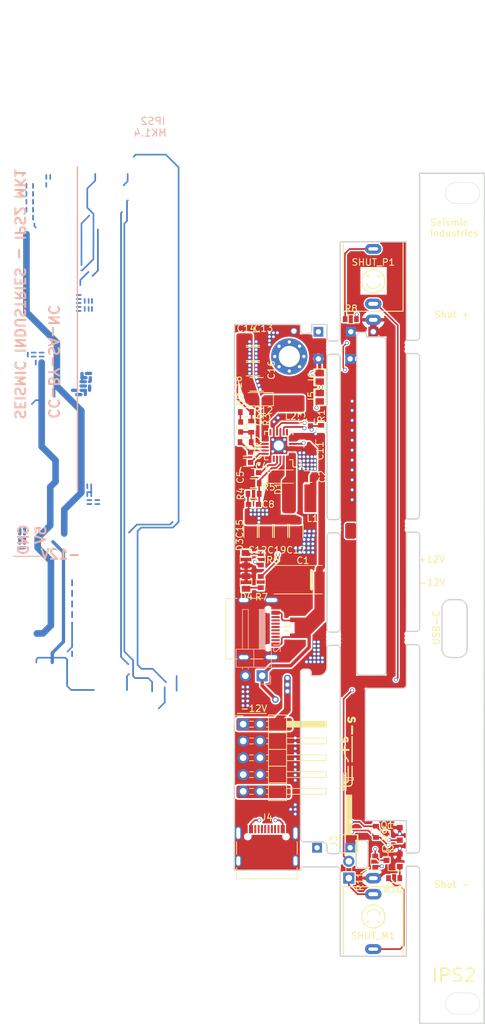
<source format=kicad_pcb>
(kicad_pcb (version 20240108) (generator "pcbnew") (generator_version "8.0")
  (layers (0 "F.Cu" signal) (31 "B.Cu" signal) (34 "B.Paste" user) (35 "F.Paste" user) (36 "B.SilkS" user "B.Silkscreen") (37 "F.SilkS" user "F.Silkscreen") (38 "B.Mask" user) (39 "F.Mask" user) (44 "Edge.Cuts" user))
  (net 0 "")
  (net 1 "Earth")
  (net 2 "Net-(C3-Pad1)")
  (net 3 "Net-(C4-Pad1)")
  (net 4 "Net-(C5-Pad1)")
  (net 5 "Net-(C6-Pad2)")
  (net 6 "Net-(C7-Pad2)")
  (net 7 "Net-(C8-Pad2)")
  (net 8 "Net-(D1-Pad2)")
  (net 9 "Net-(D2-Pad1)")
  (net 10 "Net-(D3-Pad2)")
  (net 11 "Net-(D4-Pad1)")
  (net 12 "Net-(Q1-Pad1)")
  (net 13 "Net-(Q2-Pad1)")
  (net 14 "Net-(J5-Pad2)")
  (net 15 "Net-(J6-Pad2)")
  (net 16 "Net-(R8-Pad1)")
  (net 17 "Net-(R10-Pad1)")
  (net 18 "Net-(C12-Pad1)")
  (net 19 "Net-(J3-Pad1)")
  (net 20 "Net-(J3-Pad2)")
  (net 21 "Net-(C6-Pad1)")
  (net 22 "Net-(C13-Pad1)")
  (net 23 "V_INPUT")
  (net 24 "Net-(T9-Pad1)")
  (footprint "raffilibkicad:CP_Elec_7.3x4.3" (layer "F.Cu") (at 43.39 74.93 180)
    (property "Reference" "C1")
    (property "Value" "22u" (hide yes))
  )
  (footprint "raffilibkicad:C_0603" (layer "F.Cu") (at 45.24 50.95 90)
    (property "Reference" "C3")
    (property "Value" "100n")
  )
  (footprint "raffilibkicad:C_0603" (layer "F.Cu") (at 36.64 58.75 180)
    (property "Reference" "C4")
    (property "Value" "10n")
  )
  (footprint "raffilibkicad:C_0603" (layer "F.Cu") (at 35.44 57.2 180)
    (property "Reference" "C5")
    (property "Value" "4n7")
  )
  (footprint "raffilibkicad:C_0603" (layer "F.Cu") (at 35.44 55.65)
    (property "Reference" "C7")
    (property "Value" "220n")
  )
  (footprint "raffilibkicad:Inductor_SRN4018TA_bourns" (layer "F.Cu") (at 43.63 62.63)
    (property "Reference" "L1")
    (property "Value" "4u7" (hide yes))
  )
  (footprint "raffilibkicad:Inductor_SRN4018TA_bourns" (layer "F.Cu") (at 42.24 46.8 -90)
    (property "Reference" "L2")
    (property "Value" "4u7" (hide yes))
  )
  (footprint "raffilibkicad:Pin_Header_Angled_2x05_Pitch2.54mm_with_space_for_con" (layer "F.Cu") (at 36.34 101.85)
    (property "Reference" "P1" (hide yes))
    (property "Value" "CONN_02X05" (hide yes))
  )
  (footprint "raffilibkicad:R_0603" (layer "F.Cu") (at 46.84 52.45 -90)
    (property "Reference" "R1")
    (property "Value" "100")
  )
  (footprint "raffilibkicad:QFN-24-4x4mm_Pitch0.5mm_handsolder_big_thermal_hole" (layer "F.Cu") (at 40.44 54.65 180)
    (property "Reference" "U1")
    (property "Value" "TPS65131")
  )
  (footprint "raffilibkicad:D_SOD-123F" (layer "F.Cu") (at 40.99 59.35)
    (property "Reference" "D1")
    (property "Value" "NRVTS245")
  )
  (footprint "raffilibkicad:D_SOD-123F" (layer "F.Cu") (at 37.44 47.65 180)
    (property "Reference" "D2")
    (property "Value" "NRVTS245")
  )
  (footprint "Connectors:GS2" (layer "F.Cu") (at 46.64 47.35)
    (property "Reference" "J5")
    (property "Value" "GS2")
  )
  (footprint "Connectors:GS2" (layer "F.Cu") (at 46.64 44.35 180)
    (property "Reference" "J6")
    (property "Value" "GS2")
  )
  (footprint "raffilibkicad:jack_qingpu" (layer "F.Cu") (at 54.74 125.85 180)
    (property "Reference" "SHUT_M1")
    (property "Value" "JACK_QINGPU" (hide yes))
  )
  (footprint "raffilibkicad:jack_qingpu" (layer "F.Cu") (at 54.74 29.85)
    (property "Reference" "SHUT_P1")
    (property "Value" "JACK_QINGPU" (hide yes))
  )
  (footprint "raffilibkicad:R_0603" (layer "F.Cu") (at 37.73 71.87 90)
    (property "Reference" "R6")
    (property "Value" "1k")
  )
  (footprint "raffilibkicad:R_0603" (layer "F.Cu") (at 37.72 75.29 -90)
    (property "Reference" "R7")
    (property "Value" "1k")
  )
  (footprint "raffilibkicad:break_tab" (layer "F.Cu") (at 48.74 117.35 90)
    (property "Reference" "REF**" (hide yes))
    (property "Value" "break_tab" (hide yes))
  )
  (footprint "raffilibkicad:C_1206" (layer "F.Cu") (at 38.49 67.55 -90)
    (property "Reference" "C12")
    (property "Value" "6u8")
  )
  (footprint "raffilibkicad:C_1206" (layer "F.Cu") (at 36.54 40.8)
    (property "Reference" "C13")
    (property "Value" "6u8")
  )
  (footprint "raffilibkicad:C_1206" (layer "F.Cu") (at 36.54 38.5)
    (property "Reference" "C14")
    (property "Value" "6u8")
  )
  (footprint "raffilibkicad:C_1206" (layer "F.Cu") (at 36.19 67.55 90)
    (property "Reference" "C15")
    (property "Value" "6u8")
  )
  (footprint "raffilibkicad:C_1206" (layer "F.Cu") (at 36.54 43.1)
    (property "Reference" "C16")
    (property "Value" "6u8")
  )
  (footprint "raffilibkicad:C_1206" (layer "F.Cu") (at 43.09 67.55 -90)
    (property "Reference" "C17")
    (property "Value" "6u8")
  )
  (footprint "raffilibkicad:C_1206" (layer "F.Cu") (at 37.09 45.4)
    (property "Reference" "C18")
    (property "Value" "6u8")
  )
  (footprint "raffilibkicad:C_1206" (layer "F.Cu") (at 40.79 67.55 -90)
    (property "Reference" "C19")
    (property "Value" "6u8")
  )
  (footprint "raffilibkicad:SOT-23" (layer "F.Cu") (at 57.74 113.35 180)
    (property "Reference" "Q1")
    (property "Value" "Q_NPN_BEC" (hide yes))
  )
  (footprint "raffilibkicad:SOT-23" (layer "F.Cu") (at 57.74 117.35 180)
    (property "Reference" "Q2")
    (property "Value" "Q_NPN_BEC" (hide yes))
  )
  (footprint "raffilibkicad:R_0603" (layer "F.Cu") (at 51.34 35.55)
    (property "Reference" "R8")
    (property "Value" "1k")
  )
  (footprint "raffilibkicad:R_0603" (layer "F.Cu") (at 55.14 113.05 -90)
    (property "Reference" "R9")
    (property "Value" "1k")
  )
  (footprint "raffilibkicad:R_0603" (layer "F.Cu") (at 57.89 120.05)
    (property "Reference" "R10")
    (property "Value" "1k")
  )
  (footprint "raffilibkicad:R_0603" (layer "F.Cu") (at 55.04 117.55 -90)
    (property "Reference" "R11")
    (property "Value" "1k")
  )
  (footprint "raffilibkicad:break_tab" (layer "F.Cu") (at 48.74 66.85 90)
    (property "Reference" "REF**" (hide yes))
    (property "Value" "break_tab" (hide yes))
  )
  (footprint "raffilibkicad:break_tab" (layer "F.Cu") (at 48.74 83.85 90)
    (property "Reference" "REF**" (hide yes))
    (property "Value" "break_tab" (hide yes))
  )
  (footprint "raffilibkicad:Pin_Header_Angled_2x01_Pitch2.54mm" (layer "F.Cu") (at 51.04 120.04 90)
    (property "Reference" "J3")
    (property "Value" "CONN_01X02_MALE")
  )
  (footprint "raffilibkicad:C_0805" (layer "F.Cu") (at 44.89 59.35 180)
    (property "Reference" "C2")
    (property "Value" "4u7")
  )
  (footprint "raffilibkicad:C_0805" (layer "F.Cu") (at 45.14 54.35 -90)
    (property "Reference" "C11")
    (property "Value" "4u7")
  )
  (footprint "raffilibkicad:C_0603" (layer "F.Cu") (at 34.69 51.85 -90)
    (property "Reference" "C6")
    (property "Value" "7p5")
  )
  (footprint "raffilibkicad:C_0603" (layer "F.Cu") (at 36.64 63.55)
    (property "Reference" "C8")
    (property "Value" "6p8")
  )
  (footprint "raffilibkicad:R_0603" (layer "F.Cu") (at 35.44 54.15 180)
    (property "Reference" "R2")
    (property "Value" "100k")
  )
  (footprint "raffilibkicad:R_0603" (layer "F.Cu") (at 36.29 51.8 -90)
    (property "Reference" "R3")
    (property "Value" "1M")
  )
  (footprint "raffilibkicad:R_0603" (layer "F.Cu") (at 36.64 61.95)
    (property "Reference" "R4")
    (property "Value" "1M")
  )
  (footprint "raffilibkicad:R_0603" (layer "F.Cu") (at 36.64 60.35 180)
    (property "Reference" "R5")
    (property "Value" "110k")
  )
  (footprint "raffilibkicad:R_0603" (layer "F.Cu") (at 35.49 49.6)
    (property "Reference" "R12")
    (property "Value" "51k")
  )
  (footprint "raffilibkicad:break_tab" (layer "F.Cu") (at 48.74 39.85 90)
    (property "Reference" "REF**" (hide yes))
    (property "Value" "break_tab" (hide yes))
  )
  (footprint "Connector_USB:USB_C_Receptacle_G-Switch_GT-USB-7010ASV" (layer "F.Cu") (at 36.235 82.33 -90)
    (property "Reference" "J1")
    (property "Value" "USB_C_Receptacle" (hide yes))
  )
  (footprint "raffilibkicad:VIA_M3_mounting_hole" (layer "F.Cu") (at 42.04 41.19)
    (property "Reference" "T9" (hide yes))
    (property "Value" "TESTPIN" (hide yes))
  )
  (footprint "raffilibkicad:TESTPAD_SMD_and_THT_SQR" (layer "F.Cu") (at 54.74 37.45)
    (property "Reference" "T7" (hide yes))
    (property "Value" "TESTPIN" (hide yes))
  )
  (footprint "raffilibkicad:TESTPAD_SMD_and_THT_SQR" (layer "F.Cu") (at 42.74 37.35)
    (property "Reference" "T8" (hide yes))
    (property "Value" "TESTPIN" (hide yes))
  )
  (footprint "raffilibkicad:C_0805" (layer "F.Cu") (at 35.49 71.85 90)
    (property "Reference" "D3")
    (property "Value" "LED")
  )
  (footprint "raffilibkicad:C_0805" (layer "F.Cu") (at 35.5 75.35 90)
    (property "Reference" "D4")
    (property "Value" "LED")
  )
  (footprint "Connector_USB:USB_C_Receptacle_G-Switch_GT-USB-7010ASV" (layer "F.Cu") (at 38.65 116.365)
    (property "Reference" "J4")
    (property "Value" "USB_C_Receptacle" (hide yes))
  )
  (footprint "" (layer "F.Cu") (at 66.94 71.85)
    (property "Reference" "")
    (property "Value" "")
  )
  (footprint "" (layer "F.Cu") (at 66.62 125.5875)
    (property "Reference" "")
    (property "Value" "")
  )
  (footprint "" (layer "F.Cu") (at 66.645 30.1125)
    (property "Reference" "")
    (property "Value" "")
  )
  (footprint "raffilibkicad:break_tab" (layer "F.Cu") (at 60.61 39.75 90)
    (property "Reference" "REF**" (hide yes))
    (property "Value" "break_tab" (hide yes))
  )
  (footprint "" (layer "F.Cu") (at 66.94 75.35)
    (property "Reference" "")
    (property "Value" "")
  )
  (footprint "raffilibkicad:break_tab" (layer "F.Cu") (at 60.57 117.26 90)
    (property "Reference" "REF**" (hide yes))
    (property "Value" "break_tab" (hide yes))
  )
  (footprint "raffilibkicad:break_tab" (layer "F.Cu") (at 60.59 83.74 90)
    (property "Reference" "REF**" (hide yes))
    (property "Value" "break_tab" (hide yes))
  )
  (footprint "raffilibkicad:break_tab" (layer "F.Cu") (at 60.63 66.76 90)
    (property "Reference" "REF**" (hide yes))
    (property "Value" "break_tab" (hide yes))
  )
  (footprint "raffilibkicad:Pin_Header_Angled_1x02_Pitch2.54mm" (layer "B.Cu") (at 37.94 89.45 90)
    (property "Reference" "J2")
    (property "Value" "CONN_01X02_MALE")
  )
  (footprint "raffilibkicad:TESTPAD_SMD_and_THT_SQR" (layer "B.Cu") (at 51.24 115.45)
    (property "Reference" "T1" (hide yes))
    (property "Value" "TESTPIN" (hide yes))
  )
  (footprint "raffilibkicad:TESTPAD_SMD_and_THT_SQR" (layer "B.Cu") (at 46.24 115.45 180)
    (property "Reference" "T2" (hide yes))
    (property "Value" "TESTPIN" (hide yes))
  )
  (footprint "raffilibkicad:TESTPAD_SMD_and_THT_SQR" (layer "B.Cu") (at 46.44 37.45)
    (property "Reference" "T3" (hide yes))
    (property "Value" "TESTPIN" (hide yes))
  )
  (footprint "raffilibkicad:TESTPAD_SMD_and_THT_SQR" (layer "B.Cu") (at 51.34 37.45 180)
    (property "Reference" "T4" (hide yes))
    (property "Value" "TESTPIN" (hide yes))
  )
  (footprint "raffilibkicad:TESTPAD_SMD_and_THT_SQR" (layer "B.Cu") (at 46.44 41.55 180)
    (property "Reference" "T5" (hide yes))
    (property "Value" "TESTPIN" (hide yes))
  )
  (footprint "raffilibkicad:TESTPAD_SMD_and_THT_SQR" (layer "B.Cu") (at 51.24 41.55)
    (property "Reference" "T6" (hide yes))
    (property "Value" "TESTPIN" (hide yes))
  )
  (gr_line (start 0.35 71.4) (end 4.7 71.4) (stroke (width 0.15)) (layer "B.SilkS"))
  (gr_line (start 10 12.5) (end 10 61.5) (stroke (width 0.2)) (layer "B.SilkS"))
  (gr_arc (start 50.94 105.35) (mid 50.881421 105.491421) (end 50.74 105.55) (stroke (width 0.2)) (layer "F.SilkS"))
  (gr_line (start 50.74 105.55) (end 49.84 105.55) (stroke (width 0.2)) (layer "F.SilkS"))
  (gr_line (start 50.94 105.35) (end 50.94 103.15) (stroke (width 0.2)) (layer "F.SilkS"))
  (gr_line (start 51.54 105.65) (end 51.54 103.15) (stroke (width 0.2)) (layer "F.SilkS"))
  (gr_line (start 50.64 106.85) (end 50.64 104.15) (stroke (width 0.1)) (layer "F.SilkS"))
  (gr_line (start 51.74 105.25) (end 50.64 105.25) (stroke (width 0.1)) (layer "F.SilkS"))
  (gr_line (start 51.74 104.85) (end 50.64 104.85) (stroke (width 0.1)) (layer "F.SilkS"))
  (gr_line (start 51.74 104.85) (end 51.74 105.25) (stroke (width 0.1)) (layer "F.SilkS"))
  (gr_line (start 50.24 106.85) (end 50.24 104.15) (stroke (width 0.1)) (layer "F.SilkS"))
  (gr_line (start 50.24 104.95) (end 50.64 104.55) (stroke (width 0.1)) (layer "F.SilkS"))
  (gr_line (start 50.24 105.25) (end 50.64 104.85) (stroke (width 0.1)) (layer "F.SilkS"))
  (gr_line (start 50.24 105.55) (end 50.64 105.15) (stroke (width 0.1)) (layer "F.SilkS"))
  (gr_line (start 50.24 105.85) (end 50.64 105.45) (stroke (width 0.1)) (layer "F.SilkS"))
  (gr_line (start 50.24 106.15) (end 50.64 105.75) (stroke (width 0.1)) (layer "F.SilkS"))
  (gr_line (start 50.24 106.45) (end 50.64 106.05) (stroke (width 0.1)) (layer "F.SilkS"))
  (gr_line (start 50.24 104.65) (end 50.64 104.25) (stroke (width 0.1)) (layer "F.SilkS"))
  (gr_line (start 50.24 106.75) (end 50.64 106.35) (stroke (width 0.1)) (layer "F.SilkS"))
  (gr_line (start 50.94 102.25) (end 50.94 102.45) (stroke (width 0.2)) (layer "F.SilkS"))
  (gr_line (start 51.54 98.65) (end 51.54 102.45) (stroke (width 0.2)) (layer "F.SilkS"))
  (gr_line (start 38.09 61.1) (end 37.84 60.85) (stroke (width 0.2)) (layer "F.SilkS"))
  (gr_line (start 50.44 101.55) (end 50.94 102.25) (stroke (width 0.2)) (layer "F.SilkS"))
  (gr_arc (start 51.54 105.65) (mid 51.393553 106.003553) (end 51.04 106.15) (stroke (width 0.2)) (layer "F.SilkS"))
  (gr_line (start 34.54 58.55) (end 34.74 57.95) (stroke (width 0.2)) (layer "F.SilkS"))
  (gr_line (start 34.19 95.15) (end 38.54 95.15) (stroke (width 0.15)) (layer "F.SilkS"))
  (gr_line (start 52.84 119.25) (end 54.14 118.45) (stroke (width 0.2)) (layer "F.SilkS"))
  (gr_line (start 49.84 106.15) (end 51.04 106.15) (stroke (width 0.2)) (layer "F.SilkS"))
  (gr_line (start 33.74 118.85) (end 33.74 36.35) (stroke (width 0.2)) (layer "Edge.Cuts"))
  (gr_line (start 43.74 118.85) (end 33.74 118.85) (stroke (width 0.2)) (layer "Edge.Cuts"))
  (gr_line (start 49.74 118.85) (end 49.74 131.85) (stroke (width 0.2)) (layer "Edge.Cuts"))
  (gr_line (start 33.74 36.35) (end 43.74 36.35) (stroke (width 0.2)) (layer "Edge.Cuts"))
  (gr_line (start 43.74 37.25) (end 43.74 36.35) (stroke (width 0.2)) (layer "Edge.Cuts"))
  (gr_arc (start 45.44 37.25) (mid 45.293553 37.603553) (end 44.94 37.75) (stroke (width 0.2)) (layer "Edge.Cuts"))
  (gr_line (start 44.24 37.75) (end 44.94 37.75) (stroke (width 0.2)) (layer "Edge.Cuts"))
  (gr_line (start 45.44 37.25) (end 45.44 36.35) (stroke (width 0.2)) (layer "Edge.Cuts"))
  (gr_line (start 45.44 36.35) (end 47.74 36.35) (stroke (width 0.2)) (layer "Edge.Cuts"))
  (gr_line (start 47.74 38.35) (end 47.74 36.35) (stroke (width 0.2)) (layer "Edge.Cuts"))
  (gr_arc (start 43.74 118.85) (mid 43.886447 118.496447) (end 44.24 118.35) (stroke (width 0.2)) (layer "Edge.Cuts"))
  (gr_arc (start 49.24 118.35) (mid 49.593553 118.496447) (end 49.74 118.85) (stroke (width 0.2)) (layer "Edge.Cuts"))
  (gr_arc (start 52.64 118.55) (mid 52.286447 118.403553) (end 52.14 118.05) (stroke (width 0.2)) (layer "Edge.Cuts"))
  (gr_arc (start 53.94 118.05) (mid 53.793553 118.403553) (end 53.44 118.55) (stroke (width 0.2)) (layer "Edge.Cuts"))
  (gr_arc (start 53.44 114.35) (mid 53.793553 114.496447) (end 53.94 114.85) (stroke (width 0.2)) (layer "Edge.Cuts"))
  (gr_arc (start 52.14 114.85) (mid 52.286447 114.496447) (end 52.64 114.35) (stroke (width 0.2)) (layer "Edge.Cuts"))
  (gr_line (start 52.14 114.85) (end 52.14 118.05) (stroke (width 0.2)) (layer "Edge.Cuts"))
  (gr_line (start 53.94 114.85) (end 53.94 118.05) (stroke (width 0.2)) (layer "Edge.Cuts"))
  (gr_line (start 52.64 114.35) (end 53.44 114.35) (stroke (width 0.2)) (layer "Edge.Cuts"))
  (gr_line (start 52.64 118.55) (end 53.44 118.55) (stroke (width 0.2)) (layer "Edge.Cuts"))
  (gr_arc (start 48.24 116.35) (mid 47.886447 116.203553) (end 47.74 115.85) (stroke (width 0.2)) (layer "Edge.Cuts"))
  (gr_arc (start 49.74 115.85) (mid 49.593553 116.203553) (end 49.24 116.35) (stroke (width 0.2)) (layer "Edge.Cuts"))
  (gr_line (start 48.24 116.35) (end 49.24 116.35) (stroke (width 0.2)) (layer "Edge.Cuts"))
  (gr_line (start 49.74 115.85) (end 49.74 85.35) (stroke (width 0.2)) (layer "Edge.Cuts"))
  (gr_line (start 47.74 115.85) (end 47.74 115.35) (stroke (width 0.2)) (layer "Edge.Cuts"))
  (gr_line (start 44.24 114.55) (end 46.94 114.55) (stroke (width 0.2)) (layer "Edge.Cuts"))
  (gr_arc (start 44.24 114.55) (mid 43.886447 114.403553) (end 43.74 114.05) (stroke (width 0.2)) (layer "Edge.Cuts"))
  (gr_line (start 43.74 114.05) (end 43.74 88.95) (stroke (width 0.2)) (layer "Edge.Cuts"))
  (gr_arc (start 43.74 88.95) (mid 43.886447 88.596447) (end 44.24 88.45) (stroke (width 0.2)) (layer "Edge.Cuts"))
  (gr_line (start 45.34 89.45) (end 46.44 89.45) (stroke (width 0.2)) (layer "Edge.Cuts"))
  (gr_line (start 47.74 85.35) (end 47.74 88.15) (stroke (width 0.2)) (layer "Edge.Cuts"))
  (gr_arc (start 47.74 85.35) (mid 47.886447 84.996447) (end 48.24 84.85) (stroke (width 0.2)) (layer "Edge.Cuts"))
  (gr_arc (start 49.24 84.85) (mid 49.593553 84.996447) (end 49.74 85.35) (stroke (width 0.2)) (layer "Edge.Cuts"))
  (gr_line (start 48.24 84.85) (end 49.24 84.85) (stroke (width 0.2)) (layer "Edge.Cuts"))
  (gr_line (start 49.74 23.85) (end 49.74 38.35) (stroke (width 0.2)) (layer "Edge.Cuts"))
  (gr_line (start 49.24 38.85) (end 48.24 38.85) (stroke (width 0.2)) (layer "Edge.Cuts"))
  (gr_arc (start 49.74 38.35) (mid 49.593553 38.703553) (end 49.24 38.85) (stroke (width 0.2)) (layer "Edge.Cuts"))
  (gr_arc (start 48.24 38.85) (mid 47.886447 38.703553) (end 47.74 38.35) (stroke (width 0.2)) (layer "Edge.Cuts"))
  (gr_arc (start 47.74 41.35) (mid 47.886447 40.996447) (end 48.24 40.85) (stroke (width 0.2)) (layer "Edge.Cuts"))
  (gr_arc (start 49.24 40.85) (mid 49.593553 40.996447) (end 49.74 41.35) (stroke (width 0.2)) (layer "Edge.Cuts"))
  (gr_line (start 48.24 40.85) (end 49.24 40.85) (stroke (width 0.2)) (layer "Edge.Cuts"))
  (gr_arc (start 47.74 68.35) (mid 47.886447 67.996447) (end 48.24 67.85) (stroke (width 0.2)) (layer "Edge.Cuts"))
  (gr_arc (start 49.24 67.85) (mid 49.593553 67.996447) (end 49.74 68.35) (stroke (width 0.2)) (layer "Edge.Cuts"))
  (gr_line (start 48.24 67.85) (end 49.24 67.85) (stroke (width 0.2)) (layer "Edge.Cuts"))
  (gr_arc (start 49.74 65.35) (mid 49.593553 65.703553) (end 49.24 65.85) (stroke (width 0.2)) (layer "Edge.Cuts"))
  (gr_arc (start 48.24 65.85) (mid 47.886447 65.703553) (end 47.74 65.35) (stroke (width 0.2)) (layer "Edge.Cuts"))
  (gr_line (start 49.24 65.85) (end 48.24 65.85) (stroke (width 0.2)) (layer "Edge.Cuts"))
  (gr_arc (start 49.74 82.35) (mid 49.593553 82.703553) (end 49.24 82.85) (stroke (width 0.2)) (layer "Edge.Cuts"))
  (gr_arc (start 48.24 82.85) (mid 47.886447 82.703553) (end 47.74 82.35) (stroke (width 0.2)) (layer "Edge.Cuts"))
  (gr_line (start 49.24 82.85) (end 48.24 82.85) (stroke (width 0.2)) (layer "Edge.Cuts"))
  (gr_line (start 49.74 68.35) (end 49.74 82.35) (stroke (width 0.2)) (layer "Edge.Cuts"))
  (gr_line (start 47.74 68.35) (end 47.74 82.35) (stroke (width 0.2)) (layer "Edge.Cuts"))
  (gr_line (start 47.74 65.35) (end 47.74 41.35) (stroke (width 0.2)) (layer "Edge.Cuts"))
  (gr_line (start 49.74 65.35) (end 49.74 41.35) (stroke (width 0.2)) (layer "Edge.Cuts"))
  (gr_line (start 59.76 65.75) (end 59.76 40.75) (stroke (width 0.2)) (layer "Edge.Cuts"))
  (gr_line (start 56.14 38.25) (end 53.74 38.25) (stroke (width 0.2)) (layer "Edge.Cuts"))
  (gr_arc (start 52.24 38.05) (mid 52.386447 37.696447) (end 52.74 37.55) (stroke (width 0.2)) (layer "Edge.Cuts"))
  (gr_line (start 52.24 88.85) (end 52.24 38.05) (stroke (width 0.2)) (layer "Edge.Cuts"))
  (gr_line (start 53.54 110.85) (end 53.54 91.85) (stroke (width 0.2)) (layer "Edge.Cuts"))
  (gr_arc (start 54.04 111.35) (mid 53.686447 111.203553) (end 53.54 110.85) (stroke (width 0.2)) (layer "Edge.Cuts"))
  (gr_line (start 59.74 111.35) (end 54.04 111.35) (stroke (width 0.2)) (layer "Edge.Cuts"))
  (gr_line (start 59.745 118.25) (end 59.74 131.85) (stroke (width 0.2)) (layer "Edge.Cuts"))
  (gr_line (start 49.24 118.35) (end 44.24 118.35) (stroke (width 0.2)) (layer "Edge.Cuts"))
  (gr_arc (start 46.94 114.55) (mid 47.505685 114.784315) (end 47.74 115.35) (stroke (width 0.2)) (layer "Edge.Cuts"))
  (gr_arc (start 53.24 37.55) (mid 53.593553 37.696447) (end 53.74 38.05) (stroke (width 0.2)) (layer "Edge.Cuts"))
  (gr_line (start 52.74 37.55) (end 53.24 37.55) (stroke (width 0.2)) (layer "Edge.Cuts"))
  (gr_line (start 53.74 38.05) (end 53.74 38.25) (stroke (width 0.2)) (layer "Edge.Cuts"))
  (gr_arc (start 52.74 89.35) (mid 52.386447 89.203553) (end 52.24 88.85) (stroke (width 0.2)) (layer "Edge.Cuts"))
  (gr_line (start 52.74 89.35) (end 56.14 89.35) (stroke (width 0.2)) (layer "Edge.Cuts"))
  (gr_arc (start 56.14 38.25) (mid 56.493553 38.396447) (end 56.64 38.75) (stroke (width 0.2)) (layer "Edge.Cuts"))
  (gr_line (start 56.64 38.75) (end 56.64 88.85) (stroke (width 0.2)) (layer "Edge.Cuts"))
  (gr_arc (start 56.64 88.85) (mid 56.493553 89.203553) (end 56.14 89.35) (stroke (width 0.2)) (layer "Edge.Cuts"))
  (gr_arc (start 59.74 90.85) (mid 59.593553 91.203553) (end 59.24 91.35) (stroke (width 0.2)) (layer "Edge.Cuts"))
  (gr_arc (start 53.54 91.85) (mid 53.686447 91.496447) (end 54.04 91.35) (stroke (width 0.2)) (layer "Edge.Cuts"))
  (gr_line (start 59.24 91.35) (end 54.04 91.35) (stroke (width 0.2)) (layer "Edge.Cuts"))
  (gr_arc (start 44.84 88.45) (mid 45.193553 88.596447) (end 45.34 88.95) (stroke (width 0.2)) (layer "Edge.Cuts"))
  (gr_line (start 44.24 88.45) (end 44.84 88.45) (stroke (width 0.2)) (layer "Edge.Cuts"))
  (gr_line (start 45.34 89.45) (end 45.34 88.95) (stroke (width 0.2)) (layer "Edge.Cuts"))
  (gr_arc (start 47.74 88.15) (mid 47.359239 89.069239) (end 46.44 89.45) (stroke (width 0.2)) (layer "Edge.Cuts"))
  (gr_arc (start 61.74 82.25) (mid 61.593553 82.603553) (end 61.24 82.75) (stroke (width 0.2)) (layer "Edge.Cuts"))
  (gr_arc (start 61.24 84.75) (mid 61.593553 84.896447) (end 61.74 85.25) (stroke (width 0.2)) (layer "Edge.Cuts"))
  (gr_line (start 61.24 82.75) (end 59.73 82.75) (stroke (width 0.2)) (layer "Edge.Cuts"))
  (gr_line (start 59.745 118.25) (end 61.235 118.25) (stroke (width 0.2)) (layer "Edge.Cuts"))
  (gr_arc (start 44.24 37.75) (mid 43.886447 37.603553) (end 43.74 37.25) (stroke (width 0.2)) (layer "Edge.Cuts"))
  (gr_line (start 68.920761 82.33) (end 68.920761 85.4) (stroke (width 0.2)) (layer "Edge.Cuts"))
  (gr_arc (start 68.920761 85.4) (mid 68.540004 86.31926) (end 67.620761 86.7) (stroke (width 0.2)) (layer "Edge.Cuts"))
  (gr_line (start 61.74 115.75) (end 61.74 85.25) (stroke (width 0.2)) (layer "Edge.Cuts"))
  (gr_line (start 69.24 14.89) (end 67.24 14.89) (stroke (width 0.05)) (layer "Edge.Cuts"))
  (gr_line (start 59.75 38.75) (end 59.74 23.85) (stroke (width 0.2)) (layer "Edge.Cuts"))
  (gr_line (start 71.5 142) (end 71.55 13.5) (stroke (width 0.2)) (layer "Edge.Cuts"))
  (gr_line (start 61.74 13.5) (end 61.74 38.25) (stroke (width 0.2)) (layer "Edge.Cuts"))
  (gr_line (start 59.76 40.75) (end 61.24 40.75) (stroke (width 0.2)) (layer "Edge.Cuts"))
  (gr_arc (start 61.74 65.25) (mid 61.593553 65.603553) (end 61.24 65.75) (stroke (width 0.2)) (layer "Edge.Cuts"))
  (gr_arc (start 65.120761 79.244247) (mid 65.501526 78.32503) (end 66.420761 77.944247) (stroke (width 0.2)) (layer "Edge.Cuts"))
  (gr_line (start 61.74 68.25) (end 61.74 82.25) (stroke (width 0.2)) (layer "Edge.Cuts"))
  (gr_line (start 65.120761 82.33) (end 65.120761 79.244247) (stroke (width 0.2)) (layer "Edge.Cuts"))
  (gr_line (start 59.74 111.35) (end 59.74 116.24) (stroke (width 0.2)) (layer "Edge.Cuts"))
  (gr_line (start 61.74 118.75) (end 61.74 142) (stroke (width 0.2)) (layer "Edge.Cuts"))
  (gr_line (start 61.74 65.25) (end 61.74 41.25) (stroke (width 0.2)) (layer "Edge.Cuts"))
  (gr_line (start 61.24 38.75) (end 59.75 38.75) (stroke (width 0.2)) (layer "Edge.Cuts"))
  (gr_line (start 49.74 23.85) (end 59.74 23.85) (stroke (width 0.2)) (layer "Edge.Cuts"))
  (gr_arc (start 61.74 115.75) (mid 61.593553 116.103553) (end 61.24 116.25) (stroke (width 0.2)) (layer "Edge.Cuts"))
  (gr_arc (start 67.24 18.09) (mid 65.64 16.49) (end 67.24 14.89) (stroke (width 0.05)) (layer "Edge.Cuts"))
  (gr_arc (start 69.24 14.89) (mid 70.84 16.49) (end 69.24 18.09) (stroke (width 0.05)) (layer "Edge.Cuts"))
  (gr_line (start 59.76 67.75) (end 61.24 67.75) (stroke (width 0.2)) (layer "Edge.Cuts"))
  (gr_line (start 59.74 84.75) (end 59.74 90.85) (stroke (width 0.2)) (layer "Edge.Cuts"))
  (gr_line (start 68.920761 82.33) (end 68.920761 79.244247) (stroke (width 0.2)) (layer "Edge.Cuts"))
  (gr_line (start 61.24 65.75) (end 59.76 65.75) (stroke (width 0.2)) (layer "Edge.Cuts"))
  (gr_line (start 69.24 137.39) (end 67.24 137.39) (stroke (width 0.05)) (layer "Edge.Cuts"))
  (gr_line (start 65.120761 82.33) (end 65.120761 85.4) (stroke (width 0.2)) (layer "Edge.Cuts"))
  (gr_line (start 59.74 84.75) (end 61.24 84.75) (stroke (width 0.2)) (layer "Edge.Cuts"))
  (gr_arc (start 69.24 137.39) (mid 70.84 138.99) (end 69.24 140.59) (stroke (width 0.05)) (layer "Edge.Cuts"))
  (gr_arc (start 67.620761 77.944247) (mid 68.53999 78.325) (end 68.920761 79.244247) (stroke (width 0.2)) (layer "Edge.Cuts"))
  (gr_line (start 66.420761 77.95) (end 67.620761 77.95) (stroke (width 0.2)) (layer "Edge.Cuts"))
  (gr_arc (start 67.24 140.59) (mid 65.64 138.99) (end 67.24 137.39) (stroke (width 0.05)) (layer "Edge.Cuts"))
  (gr_arc (start 61.24 118.25) (mid 61.593553 118.396447) (end 61.74 118.75) (stroke (width 0.2)) (layer "Edge.Cuts"))
  (gr_line (start 59.76 67.75) (end 59.73 82.75) (stroke (width 0.2)) (layer "Edge.Cuts"))
  (gr_line (start 66.420761 86.7) (end 67.620761 86.7) (stroke (width 0.2)) (layer "Edge.Cuts"))
  (gr_line (start 67.24 140.59) (end 69.24 140.59) (stroke (width 0.05)) (layer "Edge.Cuts"))
  (gr_line (start 67.24 18.09) (end 69.24 18.09) (stroke (width 0.05)) (layer "Edge.Cuts"))
  (gr_line (start 59.74 131.85) (end 49.74 131.85) (stroke (width 0.2)) (layer "Edge.Cuts"))
  (gr_arc (start 66.420761 86.7) (mid 65.501512 86.319231) (end 65.120761 85.4) (stroke (width 0.2)) (layer "Edge.Cuts"))
  (gr_arc (start 61.24 40.75) (mid 61.593553 40.896447) (end 61.74 41.25) (stroke (width 0.2)) (layer "Edge.Cuts"))
  (gr_arc (start 61.24 67.75) (mid 61.593553 67.896447) (end 61.74 68.25) (stroke (width 0.2)) (layer "Edge.Cuts"))
  (gr_arc (start 61.74 38.25) (mid 61.593553 38.603553) (end 61.24 38.75) (stroke (width 0.2)) (layer "Edge.Cuts"))
  (gr_line (start 71.5 142) (end 61.74 142) (stroke (width 0.2)) (layer "Edge.Cuts"))
  (gr_line (start 59.74 116.24) (end 61.24 116.25) (stroke (width 0.2)) (layer "Edge.Cuts"))
  (gr_line (start 61.74 13.5) (end 71.55 13.5) (stroke (width 0.2)) (layer "Edge.Cuts"))
  (gr_text "SEISMIC INDUSTRIES - IPS2 MK1" (at 1.3 31.7 270) (layer "B.SilkS") (effects (font (size 1.5 1.5) (thickness 0.3)) (justify mirror)))
  (gr_text "5V" (at 4.5 68.15 90) (layer "B.SilkS") (effects (font (size 1.5 1.5) (thickness 0.3)) (justify mirror)))
  (gr_text "GND" (at 1.85 68.9 90) (layer "B.SilkS") (effects (font (size 1.5 1.5) (thickness 0.3)) (justify mirror)))
  (gr_text "CC-BY-SA-NC" (at 6.4 42 270) (layer "B.SilkS") (effects (font (size 1.5 1.5) (thickness 0.3)) (justify mirror)))
  (gr_text "-12V" (at 7.45 71.1 0) (layer "B.SilkS") (effects (font (size 1.5 1.5) (thickness 0.3)) (justify mirror)))
  (gr_text "IPS2 \nMK1.4" (at 21 6.5 0) (layer "B.SilkS") (effects (font (size 1.1 1.1)) (justify mirror)))
  (gr_text "s-" (at 51.64 97.05 270) (layer "F.SilkS") (effects (font (size 1.5 1.5) (thickness 0.3))))
  (gr_text "Seismic\n  Industries" (at 66.24 21.75 0) (layer "F.SilkS") (effects (font (size 1 1))))
  (gr_text "IPS2" (at 66.95 134.73 0) (layer "F.SilkS") (effects (font (size 2 2) (thickness 0.25))))
  (gr_text "-12V" (at 36.69 94.4 0) (layer "F.SilkS") (effects (font (size 1 1))))
  (gr_text "s+" (at 50.54 100.05 270) (layer "F.SilkS") (effects (font (size 1.5 1.5) (thickness 0.3))))
  (gr_text "-12V" (at 63.64 75.35 0) (layer "F.SilkS") (effects (font (size 1 1))))
  (gr_text "Shut -" (at 66.62 121 0) (layer "F.SilkS") (effects (font (size 1 1))))
  (gr_text "+12V" (at 63.54 71.85 0) (layer "F.SilkS") (effects (font (size 1 1))))
  (gr_text "Shut +" (at 66.645 34.85 0) (layer "F.SilkS") (effects (font (size 1 1))))
  (gr_text "USB-C" (at 64.26 82.2 90) (layer "F.SilkS") (effects (font (size 1 1))))
  (segment (start 54.74 37.45) (end 56.44 37.45) (width 1) (layer "F.Cu") (net 1))
  (segment (start 39.04 38.8) (end 39.04 38.2) (width 0.25) (layer "F.Cu") (net 1))
  (segment (start 38.04 38.5) (end 37.49 38.5) (width 0.25) (layer "F.Cu") (net 1))
  (segment (start 37.49 38.5) (end 37.04 38.95) (width 0.25) (layer "F.Cu") (net 1))
  (segment (start 45.840008 85.55) (end 45.840008 84.950008) (width 0.25) (layer "F.Cu") (net 1))
  (segment (start 40.69 53.593011) (end 41.09 53.993011) (width 0.25) (layer "F.Cu") (net 1))
  (segment (start 39.69 51.524264) (end 39.74 51.474264) (width 0.25) (layer "F.Cu") (net 1))
  (segment (start 55.14 35.65) (end 54.74 35.65) (width 0.25) (layer "F.Cu") (net 1))
  (segment (start 42.94 109.65) (end 42.94 108.95) (width 0.25) (layer "F.Cu") (net 1))
  (segment (start 58.44 116.7) (end 58.74 116.4) (width 0.25) (layer "F.Cu") (net 1))
  (segment (start 40.69 52.643011) (end 40.69 53.593011) (width 0.25) (layer "F.Cu") (net 1))
  (segment (start 41.468 55.393011) (end 41.329 55.532011) (width 0.25) (layer "F.Cu") (net 1))
  (segment (start 45.54 57.05) (end 45.054128 57.535872) (width 0.25) (layer "F.Cu") (net 1))
  (segment (start 40.614999 53.443012) (end 39.765001 53.443012) (width 0.25) (layer "F.Cu") (net 1))
  (segment (start 37.04 39.55) (end 37.04 40.15) (width 0.25) (layer "F.Cu") (net 1))
  (segment (start 35.915 58.75) (end 37.155 57.51) (width 0.25) (layer "F.Cu") (net 1))
  (segment (start 38.04 38.5) (end 38.14 38.5) (width 0.25) (layer "F.Cu") (net 1))
  (segment (start 45.44 58.15) (end 45.93998 58.15) (width 0.25) (layer "F.Cu") (net 1))
  (segment (start 46.44 85.05) (end 45.94 85.05) (width 0.25) (layer "F.Cu") (net 1))
  (segment (start 44.24 56.95) (end 44.24 56.35) (width 0.25) (layer "F.Cu") (net 1))
  (segment (start 37.44 45.95) (end 37.64 46.15) (width 0.25) (layer "F.Cu") (net 1))
  (segment (start 38.04 43.1) (end 38.69 43.1) (width 0.25) (layer "F.Cu") (net 1))
  (segment (start 35.04 91.85) (end 35.04 92.55) (width 0.5) (layer "F.Cu") (net 1))
  (segment (start 45.59 70.15) (end 45.59 70.8) (width 0.5) (layer "F.Cu") (net 1))
  (segment (start 45.84 86.75) (end 46.44 86.75) (width 0.25) (layer "F.Cu") (net 1))
  (segment (start 46.44 87.35) (end 45.84 87.35) (width 0.25) (layer "F.Cu") (net 1))
  (segment (start 45.59 68.85) (end 45.59 69.5) (width 0.5) (layer "F.Cu") (net 1))
  (segment (start 40.339994 50.45) (end 39.74 51.049994) (width 0.25) (layer "F.Cu") (net 1))
  (segment (start 35.04 93.25) (end 35.04 93.95) (width 0.5) (layer "F.Cu") (net 1))
  (segment (start 44.29 69.5) (end 44.29 68.85) (width 0.5) (layer "F.Cu") (net 1))
  (segment (start 44.84 56.35) (end 45.44 56.35) (width 0.25) (layer "F.Cu") (net 1))
  (segment (start 45.54 55.9) (end 44.915 55.9) (width 0.25) (layer "F.Cu") (net 1))
  (segment (start 39.69 52.643011) (end 39.69 51.524264) (width 0.25) (layer "F.Cu") (net 1))
  (segment (start 35.89 58.75) (end 35.94 58.75) (width 0.5) (layer "F.Cu") (net 1))
  (segment (start 42.94 105.25) (end 42.94 104.45) (width 0.25) (layer "F.Cu") (net 1))
  (segment (start 45.04 68.25) (end 45.04 68.750004) (width 0.5) (layer "F.Cu") (net 1))
  (segment (start 42 111.29) (end 42.94 110.35) (width 0.25) (layer "F.Cu") (net 1))
  (segment (start 44.915 55.9) (end 44.315 55.3) (width 0.25) (layer "F.Cu") (net 1))
  (segment (start 42.44 55.393011) (end 41.468 55.393011) (width 0.25) (layer "F.Cu") (net 1))
  (segment (start 45.24 87.35) (end 44.64 87.35) (width 0.25) (layer "F.Cu") (net 1))
  (segment (start 35.74 93.95) (end 35.74 93.25) (width 0.5) (layer "F.Cu") (net 1))
  (segment (start 42.44 54.893011) (end 42.44 55.393011) (width 0.25) (layer "F.Cu") (net 1))
  (segment (start 44.44 67.6) (end 45.09 67.6) (width 0.5) (layer "F.Cu") (net 1))
  (segment (start 35.4 90.79) (end 35.04 91.15) (width 0.5) (layer "F.Cu") (net 1))
  (segment (start 40.69 53.368011) (end 40.614999 53.443012) (width 0.25) (layer "F.Cu") (net 1))
  (segment (start 44.315 55.3) (end 41.09 55.3) (width 0.25) (layer "F.Cu") (net 1))
  (segment (start 45.04 68.750004) (end 44.940004 68.85) (width 0.5) (layer "F.Cu") (net 1))
  (segment (start 44.39 55.9) (end 44.24 55.75) (width 0.25) (layer "F.Cu") (net 1))
  (segment (start 44.289996 70.15) (end 43.64 70.15) (width 0.5) (layer "F.Cu") (net 1))
  (segment (start 58.74 112.4) (end 58.74 113.35) (width 0.25) (layer "F.Cu") (net 1))
  (segment (start 44.84 57.55) (end 44.84 56.95) (width 0.25) (layer "F.Cu") (net 1))
  (segment (start 42.94 102.05) (end 42.94 101.25) (width 0.25) (layer "F.Cu") (net 1))
  (segment (start 40.69 52.643011) (end 40.69 53.368011) (width 0.25) (layer "F.Cu") (net 1))
  (segment (start 45.44 56.95) (end 45.44 57.55) (width 0.25) (layer "F.Cu") (net 1))
  (segment (start 37.04 43.15) (end 37.04 43.75) (width 0.25) (layer "F.Cu") (net 1))
  (segment (start 37.04 44.75) (end 37.24 44.95) (width 0.25) (layer "F.Cu") (net 1))
  (segment (start 45.840008 84.950008) (end 45.839997 84.949997) (width 0.25) (layer "F.Cu") (net 1))
  (segment (start 45.054128 57.535872) (end 45.054128 58.235872) (width 0.25) (layer "F.Cu") (net 1))
  (segment (start 42.94 103.65) (end 42.94 102.85) (width 0.25) (layer "F.Cu") (net 1))
  (segment (start 39.765001 53.443012) (end 39.69 53.368011) (width 0.25) (layer "F.Cu") (net 1))
  (segment (start 37.04 41.95) (end 37.04 42.55) (width 0.25) (layer "F.Cu") (net 1))
  (segment (start 45.93998 56.95) (end 45.93998 57.55) (width 0.25) (layer "F.Cu") (net 1))
  (segment (start 39.04 37.6) (end 39.64 37.6) (width 0.25) (layer "F.Cu") (net 1))
  (segment (start 38.69 43.1) (end 39.04 42.75) (width 0.25) (layer "F.Cu") (net 1))
  (segment (start 45.54 55.9) (end 44.39 55.9) (width 0.25) (layer "F.Cu") (net 1))
  (segment (start 37.61 99.31) (end 42.6 99.31) (width 0.5) (layer "F.Cu") (net 1))
  (segment (start 39.64 38.2) (end 40.24 37.6) (width 0.25) (layer "F.Cu") (net 1))
  (segment (start 37.04 40.75) (end 37.04 41.35) (width 0.25) (layer "F.Cu") (net 1))
  (segment (start 39.74 51.049994) (end 39.74 51.05) (width 0.25) (layer "F.Cu") (net 1))
  (segment (start 43.64 56.35) (end 43.64 55.75) (width 0.25) (layer "F.Cu") (net 1))
  (segment (start 45.74 68.2) (end 45.69 68.25) (width 0.5) (layer "F.Cu") (net 1))
  (segment (start 42.94 100.45) (end 42.94 99.65) (width 0.25) (layer "F.Cu") (net 1))
  (segment (start 35.4 89.45) (end 35.4 90.79) (width 0.5) (layer "F.Cu") (net 1))
  (segment (start 35.89 58.75) (end 35.915 58.75) (width 0.25) (layer "F.Cu") (net 1))
  (segment (start 58.44 117.085002) (end 58.44 116.7) (width 0.25) (layer "F.Cu") (net 1))
  (segment (start 43.64 57.55) (end 43.64 56.95) (width 0.25) (layer "F.Cu") (net 1))
  (segment (start 44.24 58.15) (end 44.84 58.15) (width 0.25) (layer "F.Cu") (net 1))
  (segment (start 37.155 57.51) (end 37.45 57.51) (width 0.25) (layer "F.Cu") (net 1))
  (segment (start 37.44 45.55) (end 37.44 45.95) (width 0.25) (layer "F.Cu") (net 1))
  (segment (start 45.84 86.15) (end 45.84 84.349994) (width 0.25) (layer "F.Cu") (net 1))
  (segment (start 44.94 70.8) (end 44.29 70.8) (width 0.5) (layer "F.Cu") (net 1))
  (segment (start 43.09 69.05) (end 43.09 70.05) (width 0.5) (layer "F.Cu") (net 1))
  (segment (start 39.69 52.643011) (end 39.69 53.893011) (width 0.25) (layer "F.Cu") (net 1))
  (segment (start 43.94 59.35) (end 43.94 58.45) (width 0.25) (layer "F.Cu") (net 1))
  (segment (start 44.24 58.15) (end 44.24 57.55) (width 0.25) (layer "F.Cu") (net 1))
  (segment (start 41.54 111.29) (end 42 111.29) (width 0.25) (layer "F.Cu") (net 1))
  (segment (start 54.74 35.65) (end 54.74 37.45) (width 1) (layer "F.Cu") (net 1))
  (segment (start 43.09 70.05) (end 42.99 70.15) (width 0.5) (layer "F.Cu") (net 1))
  (segment (start 45.74 67.6) (end 45.74 68.2) (width 0.5) (layer "F.Cu") (net 1))
  (segment (start 41.09 55.3) (end 40.44 54.65) (width 0.25) (layer "F.Cu") (net 1))
  (segment (start 45.54 55.9) (end 45.54 57.05) (width 0.25) (layer "F.Cu") (net 1))
  (segment (start 45.054128 58.235872) (end 43.94 59.35) (width 0.25) (layer "F.Cu") (net 1))
  (segment (start 47.04 86.75) (end 47.04 87.35) (width 0.25) (layer "F.Cu") (net 1))
  (segment (start 55.475002 120.05) (end 58.44 117.085002) (width 0.5) (layer "F.Cu") (net 1))
  (segment (start 37.84 39) (end 37.64 39) (width 0.25) (layer "F.Cu") (net 1))
  (segment (start 44.94 70.15) (end 44.94 69.499998) (width 0.5) (layer "F.Cu") (net 1))
  (segment (start 43.94 58.45) (end 43.64 58.15) (width 0.25) (layer "F.Cu") (net 1))
  (segment (start 38.14 38.5) (end 39.04 39.4) (width 0.25) (layer "F.Cu") (net 1))
  (segment (start 37.61 99.31) (end 40.78001 99.31) (width 1) (layer "F.Cu") (net 1))
  (segment (start 39.69 52.643011) (end 39.69 51.5) (width 0.25) (layer "F.Cu") (net 1))
  (segment (start 54.74 120.05) (end 55.475002 120.05) (width 0.25) (layer "F.Cu") (net 1))
  (segment (start 58.74 115.55) (end 58.74 116.4) (width 0.25) (layer "F.Cu") (net 1))
  (segment (start 35.74 92.55) (end 35.74 91.85) (width 0.5) (layer "F.Cu") (net 1))
  (segment (start 39.69 53.893011) (end 39.79 53.993011) (width 0.25) (layer "F.Cu") (net 1))
  (segment (start 39.74 51.474264) (end 39.74 51.05) (width 0.25) (layer "F.Cu") (net 1))
  (segment (start 37.04 44.35) (end 37.04 44.75) (width 0.25) (layer "F.Cu") (net 1))
  (via (at 51.54 49.35) (size 0.6) (drill 0.4) (layers "F.Cu" "B.Cu") (net 1))
  (via (at 51.54 50.85) (size 0.6) (drill 0.4) (layers "F.Cu" "B.Cu") (net 1))
  (via (at 51.54 52.35) (size 0.6) (drill 0.4) (layers "F.Cu" "B.Cu") (net 1))
  (via (at 51.54 53.85) (size 0.6) (drill 0.4) (layers "F.Cu" "B.Cu") (net 1))
  (via (at 51.54 55.35) (size 0.6) (drill 0.4) (layers "F.Cu" "B.Cu") (net 1))
  (via (at 51.54 56.85) (size 0.6) (drill 0.4) (layers "F.Cu" "B.Cu") (net 1))
  (via (at 51.54 58.35) (size 0.6) (drill 0.4) (layers "F.Cu" "B.Cu") (net 1))
  (via (at 51.54 59.85) (size 0.6) (drill 0.4) (layers "F.Cu" "B.Cu") (net 1))
  (via (at 51.54 61.35) (size 0.6) (drill 0.4) (layers "F.Cu" "B.Cu") (net 1))
  (via (at 51.54 62.85) (size 0.6) (drill 0.4) (layers "F.Cu" "B.Cu") (net 1))
  (via (at 43.64 70.8) (size 0.65) (drill 0.4) (layers "F.Cu" "B.Cu") (net 1))
  (via (at 37.04 38.95) (size 0.6) (drill 0.4) (layers "F.Cu" "B.Cu") (net 1))
  (via (at 43.64 58.15) (size 0.6) (drill 0.4) (layers "F.Cu" "B.Cu") (net 1))
  (via (at 45.74 67.6) (size 0.65) (drill 0.4) (layers "F.Cu" "B.Cu") (net 1))
  (via (at 39.64 37.6) (size 0.6) (drill 0.4) (layers "F.Cu" "B.Cu") (net 1))
  (via (at 45.24 87.35) (size 0.6) (drill 0.4) (layers "F.Cu" "B.Cu") (net 1))
  (via (at 42.94 102.85) (size 0.6) (drill 0.4) (layers "F.Cu" "B.Cu") (net 1))
  (via (at 45.84 85.55) (size 0.6) (drill 0.4) (layers "F.Cu" "B.Cu") (net 1))
  (via (at 45.59 70.15) (size 0.65) (drill 0.4) (layers "F.Cu" "B.Cu") (net 1))
  (via (at 45.69 68.25) (size 0.65) (drill 0.4) (layers "F.Cu" "B.Cu") (net 1))
  (via (at 45.93998 58.15) (size 0.6) (drill 0.4) (layers "F.Cu" "B.Cu") (net 1))
  (via (at 39.04 39.4) (size 0.6) (drill 0.4) (layers "F.Cu" "B.Cu") (net 1))
  (via (at 42.99 70.15) (size 0.65) (drill 0.4) (layers "F.Cu" "B.Cu") (net 1))
  (via (at 45.24 86.75) (size 0.6) (drill 0.4) (layers "F.Cu" "B.Cu") (net 1))
  (via (at 43.64 56.35) (size 0.6) (drill 0.4) (layers "F.Cu" "B.Cu") (net 1))
  (via (at 44.940004 68.85) (size 0.65) (drill 0.4) (layers "F.Cu" "B.Cu") (net 1))
  (via (at 44.44 67.6) (size 0.65) (drill 0.4) (layers "F.Cu" "B.Cu") (net 1))
  (via (at 46.44 87.35) (size 0.6) (drill 0.4) (layers "F.Cu" "B.Cu") (net 1))
  (via (at 44.84 56.35) (size 0.6) (drill 0.4) (layers "F.Cu" "B.Cu") (net 1))
  (via (at 42.94 100.45) (size 0.6) (drill 0.4) (layers "F.Cu" "B.Cu") (net 1))
  (via (at 43.64 70.15) (size 0.65) (drill 0.4) (layers "F.Cu" "B.Cu") (net 1))
  (via (at 44.24 56.95) (size 0.6) (drill 0.4) (layers "F.Cu" "B.Cu") (net 1))
  (via (at 40.339994 50.45) (size 0.65) (drill 0.4) (layers "F.Cu" "B.Cu") (net 1))
  (via (at 46.440008 85.55) (size 0.6) (drill 0.4) (layers "F.Cu" "B.Cu") (net 1))
  (via (at 44.94 70.15) (size 0.65) (drill 0.4) (layers "F.Cu" "B.Cu") (net 1))
  (via (at 47.04 87.35) (size 0.6) (drill 0.4) (layers "F.Cu" "B.Cu") (net 1))
  (via (at 44.84 56.95) (size 0.6) (drill 0.4) (layers "F.Cu" "B.Cu") (net 1))
  (via (at 35.04 92.55) (size 0.6) (drill 0.4) (layers "F.Cu" "B.Cu") (net 1))
  (via (at 44.84 57.55) (size 0.6) (drill 0.4) (layers "F.Cu" "B.Cu") (net 1))
  (via (at 58.74 113.35) (size 0.6) (drill 0.4) (layers "F.Cu" "B.Cu") (net 1))
  (via (at 37.04 41.35) (size 0.6) (drill 0.4) (layers "F.Cu" "B.Cu") (net 1))
  (via (at 51.54 47.95) (size 0.6) (drill 0.4) (layers "F.Cu" "B.Cu") (net 1))
  (via (at 35.04 91.85) (size 0.6) (drill 0.4) (layers "F.Cu" "B.Cu") (net 1))
  (via (at 35.74 93.95) (size 0.6) (drill 0.4) (layers "F.Cu" "B.Cu") (net 1))
  (via (at 45.93998 57.55) (size 0.6) (drill 0.4) (layers "F.Cu" "B.Cu") (net 1))
  (via (at 39.64 38.2) (size 0.6) (drill 0.4) (layers "F.Cu" "B.Cu") (net 1))
  (via (at 37.04 42.55) (size 0.6) (drill 0.4) (layers "F.Cu" "B.Cu") (net 1))
  (via (at 35.74 92.55) (size 0.6) (drill 0.4) (layers "F.Cu" "B.Cu") (net 1))
  (via (at 37.04 40.15) (size 0.6) (drill 0.4) (layers "F.Cu" "B.Cu") (net 1))
  (via (at 44.94 69.499998) (size 0.65) (drill 0.4) (layers "F.Cu" "B.Cu") (net 1))
  (via (at 42.94 104.45) (size 0.6) (drill 0.4) (layers "F.Cu" "B.Cu") (net 1))
  (via (at 45.59 70.8) (size 0.65) (drill 0.4) (layers "F.Cu" "B.Cu") (net 1))
  (via (at 42.94 102.05) (size 0.6) (drill 0.4) (layers "F.Cu" "B.Cu") (net 1))
  (via (at 37.45 57.51) (size 0.6) (drill 0.4) (layers "F.Cu" "B.Cu") (net 1))
  (via (at 45.93998 56.95) (size 0.6) (drill 0.4) (layers "F.Cu" "B.Cu") (net 1))
  (via (at 39.04 38.2) (size 0.6) (drill 0.4) (layers "F.Cu" "B.Cu") (net 1))
  (via (at 45.44 58.15) (size 0.6) (drill 0.4) (layers "F.Cu" "B.Cu") (net 1))
  (via (at 42.94 108.95) (size 0.65) (drill 0.4) (layers "F.Cu" "B.Cu") (net 1))
  (via (at 45.59 68.85) (size 0.65) (drill 0.4) (layers "F.Cu" "B.Cu") (net 1))
  (via (at 44.24 55.75) (size 0.6) (drill 0.4) (layers "F.Cu" "B.Cu") (net 1))
  (via (at 43.64 56.95) (size 0.6) (drill 0.4) (layers "F.Cu" "B.Cu") (net 1))
  (via (at 37.04 39.55) (size 0.6) (drill 0.4) (layers "F.Cu" "B.Cu") (net 1))
  (via (at 45.84 86.75) (size 0.6) (drill 0.4) (layers "F.Cu" "B.Cu") (net 1))
  (via (at 44.29 69.5) (size 0.65) (drill 0.4) (layers "F.Cu" "B.Cu") (net 1))
  (via (at 37.04 41.95) (size 0.6) (drill 0.4) (layers "F.Cu" "B.Cu") (net 1))
  (via (at 37.04 40.75) (size 0.6) (drill 0.4) (layers "F.Cu" "B.Cu") (net 1))
  (via (at 37.24 44.95) (size 0.6) (drill 0.4) (layers "F.Cu" "B.Cu") (net 1))
  (via (at 42.94 105.25) (size 0.6) (drill 0.4) (layers "F.Cu" "B.Cu") (net 1))
  (via (at 44.94 70.8) (size 0.65) (drill 0.4) (layers "F.Cu" "B.Cu") (net 1))
  (via (at 42.94 110.35) (size 0.65) (drill 0.4) (layers "F.Cu" "B.Cu") (net 1))
  (via (at 35.74 91.85) (size 0.6) (drill 0.4) (layers "F.Cu" "B.Cu") (net 1))
  (via (at 46.44 86.75) (size 0.6) (drill 0.4) (layers "F.Cu" "B.Cu") (net 1))
  (via (at 44.24 58.15) (size 0.6) (drill 0.4) (layers "F.Cu" "B.Cu") (net 1))
  (via (at 40.24 37.6) (size 0.6) (drill 0.4) (layers "F.Cu" "B.Cu") (net 1))
  (via (at 45.84 86.15) (size 0.6) (drill 0.4) (layers "F.Cu" "B.Cu") (net 1))
  (via (at 42.24 109.65) (size 0.65) (drill 0.4) (layers "F.Cu" "B.Cu") (net 1))
  (via (at 44.84 58.15) (size 0.6) (drill 0.4) (layers "F.Cu" "B.Cu") (net 1))
  (via (at 35.74 93.25) (size 0.6) (drill 0.4) (layers "F.Cu" "B.Cu") (net 1))
  (via (at 44.29 70.8) (size 0.65) (drill 0.4) (layers "F.Cu" "B.Cu") (net 1))
  (via (at 39.04 37.6) (size 0.6) (drill 0.4) (layers "F.Cu" "B.Cu") (net 1))
  (via (at 35.04 91.15) (size 0.6) (drill 0.4) (layers "F.Cu" "B.Cu") (net 1))
  (via (at 45.84 87.35) (size 0.6) (drill 0.4) (layers "F.Cu" "B.Cu") (net 1))
  (via (at 46.44 84.349994) (size 0.6) (drill 0.4) (layers "F.Cu" "B.Cu") (net 1))
  (via (at 37.04 43.75) (size 0.6) (drill 0.4) (layers "F.Cu" "B.Cu") (net 1))
  (via (at 45.84 84.35) (size 0.6) (drill 0.4) (layers "F.Cu" "B.Cu") (net 1))
  (via (at 44.24 56.35) (size 0.6) (drill 0.4) (layers "F.Cu" "B.Cu") (net 1))
  (via (at 44.44 68.249996) (size 0.65) (drill 0.4) (layers "F.Cu" "B.Cu") (net 1))
  (via (at 46.439997 84.949997) (size 0.6) (drill 0.4) (layers "F.Cu" "B.Cu") (net 1))
  (via (at 45.84 84.95) (size 0.6) (drill 0.4) (layers "F.Cu" "B.Cu") (net 1))
  (via (at 45.09 67.6) (size 0.65) (drill 0.4) (layers "F.Cu" "B.Cu") (net 1))
  (via (at 46.44 86.15) (size 0.6) (drill 0.4) (layers "F.Cu" "B.Cu") (net 1))
  (via (at 39.74 51.05) (size 0.6) (drill 0.4) (layers "F.Cu" "B.Cu") (net 1))
  (via (at 45.44 56.95) (size 0.6) (drill 0.4) (layers "F.Cu" "B.Cu") (net 1))
  (via (at 42.94 109.65) (size 0.65) (drill 0.4) (layers "F.Cu" "B.Cu") (net 1))
  (via (at 35.04 93.25) (size 0.6) (drill 0.4) (layers "F.Cu" "B.Cu") (net 1))
  (via (at 42.94 98.85) (size 0.6) (drill 0.4) (layers "F.Cu" "B.Cu") (net 1))
  (via (at 43.64 55.75) (size 0.6) (drill 0.4) (layers "F.Cu" "B.Cu") (net 1))
  (via (at 37.04 43.15) (size 0.6) (drill 0.4) (layers "F.Cu" "B.Cu") (net 1))
  (via (at 58.74 115.55) (size 0.6) (drill 0.4) (layers "F.Cu" "B.Cu") (net 1))
  (via (at 44.289996 70.15) (size 0.65) (drill 0.4) (layers "F.Cu" "B.Cu") (net 1))
  (via (at 45.44 56.35) (size 0.6) (drill 0.4) (layers "F.Cu" "B.Cu") (net 1))
  (via (at 42.94 103.65) (size 0.6) (drill 0.4) (layers "F.Cu" "B.Cu") (net 1))
  (via (at 44.29 68.85) (size 0.65) (drill 0.4) (layers "F.Cu" "B.Cu") (net 1))
  (via (at 37.64 46.15) (size 0.6) (drill 0.4) (layers "F.Cu" "B.Cu") (net 1))
  (via (at 45.59 69.5) (size 0.65) (drill 0.4) (layers "F.Cu" "B.Cu") (net 1))
  (via (at 47.04 86.75) (size 0.6) (drill 0.4) (layers "F.Cu" "B.Cu") (net 1))
  (via (at 45.04 68.25) (size 0.65) (drill 0.4) (layers "F.Cu" "B.Cu") (net 1))
  (via (at 45.93998 56.35) (size 0.6) (drill 0.4) (layers "F.Cu" "B.Cu") (net 1))
  (via (at 39.04 38.8) (size 0.6) (drill 0.4) (layers "F.Cu" "B.Cu") (net 1))
  (via (at 44.64 87.35) (size 0.6) (drill 0.4) (layers "F.Cu" "B.Cu") (net 1))
  (via (at 35.74 91.15) (size 0.6) (drill 0.4) (layers "F.Cu" "B.Cu") (net 1))
  (via (at 37.04 44.35) (size 0.6) (drill 0.4) (layers "F.Cu" "B.Cu") (net 1))
  (via (at 42.94 99.65) (size 0.6) (drill 0.4) (layers "F.Cu" "B.Cu") (net 1))
  (via (at 43.64 57.55) (size 0.6) (drill 0.4) (layers "F.Cu" "B.Cu") (net 1))
  (via (at 42.94 101.25) (size 0.6) (drill 0.4) (layers "F.Cu" "B.Cu") (net 1))
  (via (at 44.24 57.55) (size 0.6) (drill 0.4) (layers "F.Cu" "B.Cu") (net 1))
  (via (at 45.44 57.55) (size 0.6) (drill 0.4) (layers "F.Cu" "B.Cu") (net 1))
  (via (at 37.44 45.55) (size 0.6) (drill 0.4) (layers "F.Cu" "B.Cu") (net 1))
  (via (at 35.04 93.95) (size 0.6) (drill 0.4) (layers "F.Cu" "B.Cu") (net 1))
  (segment (start 5.9 13.75) (end 5.9 14.35) (width 0.25) (layer "B.Cu") (net 1))
  (segment (start 11.85 45.65) (end 11.85 46.3) (width 0.5) (layer "B.Cu") (net 1))
  (segment (start 9.9 31.9) (end 10.5 31.9) (width 0.25) (layer "B.Cu") (net 1))
  (segment (start 10.55 45.65) (end 11.199998 45.65) (width 0.5) (layer "B.Cu") (net 1))
  (segment (start 11.1 34.3) (end 11.1 33.7) (width 0.25) (layer "B.Cu") (net 1))
  (segment (start 10.5 32.5) (end 9.9 32.5) (width 0.25) (layer "B.Cu") (net 1))
  (segment (start 12.099997 62.299997) (end 12.1 62.3) (width 0.25) (layer "B.Cu") (net 1))
  (segment (start 11.7 33.7) (end 11.7 34.3) (width 0.25) (layer "B.Cu") (net 1))
  (segment (start 11.5 62.9) (end 12.1 62.9) (width 0.25) (layer "B.Cu") (net 1))
  (segment (start 2 69.4) (end 2 68.7) (width 0.5) (layer "B.Cu") (net 1))
  (segment (start 9.2 79) (end 9.2 78.2) (width 0.25) (layer "B.Cu") (net 1))
  (segment (start 12.19998 32.5) (end 12.19998 33.1) (width 0.25) (layer "B.Cu") (net 1))
  (segment (start 5.3 14.35) (end 5.3 13.75) (width 0.25) (layer "B.Cu") (net 1))
  (segment (start 11.5 60.5) (end 11.5 61.1) (width 0.25) (layer "B.Cu") (net 1))
  (segment (start 3.5 21.5) (end 3.7 21.7) (width 0.25) (layer "B.Cu") (net 1))
  (segment (start 11.199998 45.65) (end 11.2 45.649998) (width 0.5) (layer "B.Cu") (net 1))
  (segment (start 3.3 17.5) (end 3.3 18.1) (width 0.25) (layer "B.Cu") (net 1))
  (segment (start 11.1 33.1) (end 11.1 32.5) (width 0.25) (layer "B.Cu") (net 1))
  (segment (start 9.2 75.8) (end 9.2 75) (width 0.25) (layer "B.Cu") (net 1))
  (segment (start 12.099997 61.099997) (end 12.099997 62.299997) (width 0.25) (layer "B.Cu") (net 1))
  (segment (start 9.2 85.1) (end 9.2 81.4) (width 0.25) (layer "B.Cu") (net 1))
  (segment (start 9.9 46.3) (end 9.25 46.3) (width 0.5) (layer "B.Cu") (net 1))
  (segment (start 12.1 63.5) (end 11.5 63.5) (width 0.25) (layer "B.Cu") (net 1))
  (segment (start 9.2 85.1) (end 8.5 85.8) (width 0.25) (layer "B.Cu") (net 1))
  (segment (start 5.3 15.55) (end 5.3 14.95) (width 0.25) (layer "B.Cu") (net 1))
  (segment (start 11.7 32.5) (end 11.7 33.1) (width 0.25) (layer "B.Cu") (net 1))
  (segment (start 11.2 46.3) (end 11.2 46.95) (width 0.5) (layer "B.Cu") (net 1))
  (segment (start 1.3 68.7) (end 1.3 69.4) (width 0.5) (layer "B.Cu") (net 1))
  (segment (start 9.9 34.3) (end 10.5 34.3) (width 0.25) (layer "B.Cu") (net 1))
  (segment (start 12.1 61.110013) (end 12.1 60.924258) (width 0.25) (layer "B.Cu") (net 1))
  (segment (start 2 68) (end 2 67.3) (width 0.5) (layer "B.Cu") (net 1))
  (segment (start 11.3 44.4) (end 10.700004 44.4) (width 0.5) (layer "B.Cu") (net 1))
  (segment (start 10.5 33.7) (end 9.9 33.7) (width 0.25) (layer "B.Cu") (net 1))
  (segment (start 1.3 70.1) (end 2 70.1) (width 0.5) (layer "B.Cu") (net 1))
  (segment (start 11.5 61.7) (end 11.5 62.3) (width 0.25) (layer "B.Cu") (net 1))
  (segment (start 9.2 77.4) (end 9.2 76.6) (width 0.25) (layer "B.Cu") (net 1))
  (segment (start 3.3 15.1) (end 3.3 15.7) (width 0.25) (layer "B.Cu") (net 1))
  (segment (start 12.7 62.9) (end 13.3 62.9) (width 0.25) (layer "B.Cu") (net 1))
  (segment (start 3.3 19.9) (end 3.3 20.5) (width 0.25) (layer "B.Cu") (net 1))
  (segment (start 11.95 44.4) (end 11.95 44.9) (width 0.5) (layer "B.Cu") (net 1))
  (segment (start 12.1 60.924258) (end 12.1 60.499994) (width 0.25) (layer "B.Cu") (net 1))
  (segment (start 10.7 44.399996) (end 10.7 43.75) (width 0.5) (layer "B.Cu") (net 1))
  (segment (start 13.3 63.5) (end 12.7 63.5) (width 0.25) (layer "B.Cu") (net 1))
  (segment (start 11.5 61.7) (end 12.100008 61.7) (width 0.25) (layer "B.Cu") (net 1))
  (segment (start 10.8 44.4) (end 11.3 44.4) (width 0.5) (layer "B.Cu") (net 1))
  (segment (start 3.5 21.1) (end 3.5 21.5) (width 0.25) (layer "B.Cu") (net 1))
  (segment (start 11.2 46.3) (end 10.549996 46.3) (width 0.5) (layer "B.Cu") (net 1))
  (segment (start 3.3 16.3) (end 3.3 16.9) (width 0.25) (layer "B.Cu") (net 1))
  (segment (start 9.9 33.1) (end 10.5 33.1) (width 0.25) (layer "B.Cu") (net 1))
  (segment (start 11.95 44.9) (end 11.85 45) (width 0.5) (layer "B.Cu") (net 1))
  (segment (start 12.19998 33.7) (end 12.19998 34.3) (width 0.25) (layer "B.Cu") (net 1))
  (segment (start 9.2 80.6) (end 9.2 79.8) (width 0.25) (layer "B.Cu") (net 1))
  (segment (start 10.55 45) (end 11.200004 45) (width 0.5) (layer "B.Cu") (net 1))
  (segment (start 10.700004 44.4) (end 10.7 44.399996) (width 0.5) (layer "B.Cu") (net 1))
  (segment (start 3.3 18.7) (end 3.3 19.3) (width 0.25) (layer "B.Cu") (net 1))
  (segment (start 9.2 86.5) (end 9.2 85.8) (width 0.25) (layer "B.Cu") (net 1))
  (segment (start 11.35 43.75) (end 12 43.75) (width 0.5) (layer "B.Cu") (net 1))
  (segment (start 10.7 44.5) (end 10.8 44.4) (width 0.5) (layer "B.Cu") (net 1))
  (segment (start 10.55 46.95) (end 9.9 46.95) (width 0.5) (layer "B.Cu") (net 1))
  (segment (start 25 89.5) (end 25 91.7) (width 0.25) (layer "B.Cu") (net 1))
  (segment (start 1.3 67.3) (end 1.3 68) (width 0.5) (layer "B.Cu") (net 1))
  (segment (start 43.808369 54.4) (end 44.033455 54.4) (width 0.25) (layer "F.Cu") (net 2))
  (segment (start 45.42 51.88) (end 45.24 51.7) (width 0.25) (layer "F.Cu") (net 2))
  (segment (start 45.24 51.7) (end 46.74 51.7) (width 0.25) (layer "F.Cu") (net 2))
  (segment (start 45.42 52.25) (end 45.42 51.88) (width 0.25) (layer "F.Cu") (net 2))
  (segment (start 44.033455 54.4) (end 44.186274 54.247181) (width 0.25) (layer "F.Cu") (net 2))
  (segment (start 45.24 51.7) (end 45.24 51.922649) (width 0.25) (layer "F.Cu") (net 2))
  (segment (start 42.44 54.4) (end 43.808369 54.4) (width 0.25) (layer "F.Cu") (net 2))
  (segment (start 46.74 51.7) (end 46.84 51.6) (width 0.25) (layer "F.Cu") (net 2))
  (via (at 45.42 52.25) (size 0.6) (drill 0.4) (layers "F.Cu" "B.Cu") (net 2))
  (via (at 44.186274 54.247181) (size 0.6) (drill 0.4) (layers "F.Cu" "B.Cu") (net 2))
  (segment (start 10.45 29.63) (end 11.380001 28.699999) (width 0.25) (layer "B.Cu") (net 2))
  (segment (start 10.45 30.393455) (end 10.45 29.63) (width 0.25) (layer "B.Cu") (net 2))
  (segment (start 10.446274 30.397181) (end 10.45 30.393455) (width 0.25) (layer "B.Cu") (net 2))
  (segment (start 11.380001 28.699999) (end 11.68 28.4) (width 0.25) (layer "B.Cu") (net 2))
  (segment (start 38.915011 57.599989) (end 37.715 58.8) (width 0.25) (layer "F.Cu") (net 3))
  (segment (start 40.19 57.3) (end 39.890011 57.599989) (width 0.25) (layer "F.Cu") (net 3))
  (segment (start 39.890011 57.599989) (end 38.915011 57.599989) (width 0.25) (layer "F.Cu") (net 3))
  (segment (start 37.715 58.8) (end 37.69 58.8) (width 0.25) (layer "F.Cu") (net 3))
  (segment (start 40.19 56.643011) (end 40.19 57.3) (width 0.25) (layer "F.Cu") (net 3))
  (segment (start 37.521989 55.893011) (end 36.215 57.2) (width 0.25) (layer "F.Cu") (net 4))
  (segment (start 36.215 57.2) (end 36.19 57.2) (width 0.25) (layer "F.Cu") (net 4))
  (segment (start 38.44 55.893011) (end 37.521989 55.893011) (width 0.25) (layer "F.Cu") (net 4))
  (segment (start 36.29 52.65) (end 36.29 54.15) (width 0.25) (layer "F.Cu") (net 5))
  (segment (start 36.783011 54.893011) (end 36.34 54.45) (width 0.25) (layer "F.Cu") (net 5))
  (segment (start 36.34 54.45) (end 36.34 54.15) (width 0.25) (layer "F.Cu") (net 5))
  (segment (start 34.69 52.6) (end 36.24 52.6) (width 0.25) (layer "F.Cu") (net 5))
  (segment (start 38.44 54.893011) (end 36.783011 54.893011) (width 0.25) (layer "F.Cu") (net 5))
  (segment (start 36.24 52.6) (end 36.29 52.65) (width 0.25) (layer "F.Cu") (net 5))
  (segment (start 36.446989 55.393011) (end 36.19 55.65) (width 0.25) (layer "F.Cu") (net 6))
  (segment (start 34.69 54.15) (end 36.19 55.65) (width 0.25) (layer "F.Cu") (net 6))
  (segment (start 34.59 54.15) (end 34.69 54.15) (width 0.25) (layer "F.Cu") (net 6))
  (segment (start 38.44 55.393011) (end 36.446989 55.393011) (width 0.25) (layer "F.Cu") (net 6))
  (segment (start 39.39 58.05) (end 37.49 59.95) (width 0.25) (layer "F.Cu") (net 7))
  (segment (start 40.69 57.436411) (end 40.076411 58.05) (width 0.25) (layer "F.Cu") (net 7))
  (segment (start 40.69 56.643011) (end 40.69 57.436411) (width 0.25) (layer "F.Cu") (net 7))
  (segment (start 37.49 59.95) (end 37.49 60.35) (width 0.25) (layer "F.Cu") (net 7))
  (segment (start 37.49 63.45) (end 37.39 63.55) (width 0.25) (layer "F.Cu") (net 7))
  (segment (start 40.076411 58.05) (end 39.39 58.05) (width 0.25) (layer "F.Cu") (net 7))
  (segment (start 37.49 60.35) (end 37.49 61.95) (width 0.25) (layer "F.Cu") (net 7))
  (segment (start 37.49 61.95) (end 37.49 63.45) (width 0.25) (layer "F.Cu") (net 7))
  (segment (start 37.72 71.01) (end 37.73 71.02) (width 0.25) (layer "F.Cu") (net 10))
  (segment (start 37.73 71.02) (end 35.61 71.02) (width 0.25) (layer "F.Cu") (net 10))
  (segment (start 35.61 71.02) (end 35.49 70.9) (width 0.25) (layer "F.Cu") (net 10))
  (segment (start 35.66 76.14) (end 35.5 76.3) (width 0.25) (layer "F.Cu") (net 11))
  (segment (start 37.72 76.14) (end 35.66 76.14) (width 0.25) (layer "F.Cu") (net 11))
  (segment (start 52.24 34.85) (end 52.24 35.5) (width 0.25) (layer "F.Cu") (net 12))
  (segment (start 58.74 114.3) (end 57.169136 114.3) (width 0.25) (layer "F.Cu") (net 12))
  (segment (start 57.169136 114.3) (end 57.146137 114.277001) (width 0.25) (layer "F.Cu") (net 12))
  (segment (start 52.24 35.5) (end 52.19 35.55) (width 0.25) (layer "F.Cu") (net 12))
  (via (at 57.146137 114.277001) (size 0.6) (drill 0.4) (layers "F.Cu" "B.Cu") (net 12))
  (via (at 52.24 34.85) (size 0.6) (drill 0.4) (layers "F.Cu" "B.Cu") (net 12))
  (segment (start 25.3 66.2) (end 24.449989 67.050011) (width 0.25) (layer "B.Cu") (net 12))
  (segment (start 18.82501 10.67499) (end 23.37499 10.67499) (width 0.25) (layer "B.Cu") (net 12))
  (segment (start 18.5 11) (end 18.82501 10.67499) (width 0.25) (layer "B.Cu") (net 12))
  (segment (start 24.449989 67.050011) (end 19.649989 67.050011) (width 0.25) (layer "B.Cu") (net 12))
  (segment (start 19.1 87.8) (end 19.7 88.4) (width 0.25) (layer "B.Cu") (net 12))
  (segment (start 19.1 67.6) (end 19.1 87.8) (width 0.25) (layer "B.Cu") (net 12))
  (segment (start 21.379136 88.4) (end 23.106138 90.127002) (width 0.25) (layer "B.Cu") (net 12))
  (segment (start 19.7 88.4) (end 21.379136 88.4) (width 0.25) (layer "B.Cu") (net 12))
  (segment (start 19.649989 67.050011) (end 19.1 67.6) (width 0.25) (layer "B.Cu") (net 12))
  (segment (start 23.37499 10.67499) (end 25.3 12.6) (width 0.25) (layer "B.Cu") (net 12))
  (segment (start 25.3 12.6) (end 25.3 66.2) (width 0.25) (layer "B.Cu") (net 12))
  (segment (start 23.106138 90.127002) (end 23.406137 90.427001) (width 0.25) (layer "B.Cu") (net 12))
  (segment (start 58.74 120.05) (end 58.74 118.3) (width 0.25) (layer "F.Cu") (net 13))
  (segment (start 50.190001 42.900001) (end 50.49 43.2) (width 0.2) (layer "F.Cu") (net 14))
  (segment (start 41.19 52.643011) (end 41.19 52.005002) (width 0.25) (layer "F.Cu") (net 14))
  (segment (start 46.160002 48.464998) (end 46.64 47.985) (width 0.25) (layer "F.Cu") (net 14))
  (segment (start 44.134649 51.845002) (end 44.329061 52.039414) (width 0.25) (layer "F.Cu") (net 14))
  (segment (start 50.190001 39.699999) (end 50.190001 42.900001) (width 0.2) (layer "F.Cu") (net 14))
  (segment (start 46.160002 48.95) (end 46.160002 48.464998) (width 0.25) (layer "F.Cu") (net 14))
  (segment (start 50.74 39.15) (end 50.190001 39.699999) (width 0.2) (layer "F.Cu") (net 14))
  (segment (start 41.19 52.005002) (end 41.35 51.845002) (width 0.25) (layer "F.Cu") (net 14))
  (segment (start 51.74 37.368198) (end 51.664832 37.443366) (width 0.25) (layer "F.Cu") (net 14))
  (segment (start 55.14 112.2) (end 56.29 113.35) (width 0.25) (layer "F.Cu") (net 14))
  (segment (start 53.34 112.2) (end 55.14 112.2) (width 0.25) (layer "F.Cu") (net 14))
  (segment (start 51.44 111.55) (end 52.69 111.55) (width 0.25) (layer "F.Cu") (net 14))
  (segment (start 51.278662 37.511338) (end 51.278662 37.500001) (width 0.5) (layer "F.Cu") (net 14))
  (segment (start 51.664832 37.443366) (end 51.653495 37.443366) (width 0.25) (layer "F.Cu") (net 14))
  (segment (start 46.160002 48.920022) (end 46.160002 48.95) (width 0.25) (layer "F.Cu") (net 14))
  (segment (start 41.35 51.845002) (end 44.134649 51.845002) (width 0.25) (layer "F.Cu") (net 14))
  (segment (start 52.69 111.55) (end 53.34 112.2) (width 0.25) (layer "F.Cu") (net 14))
  (segment (start 56.29 113.35) (end 56.74 113.35) (width 0.25) (layer "F.Cu") (net 14))
  (segment (start 51.653495 37.443366) (end 51.335297 37.443366) (width 0.25) (layer "F.Cu") (net 14))
  (segment (start 51.335297 37.443366) (end 51.335297 37.454703) (width 0.25) (layer "F.Cu") (net 14))
  (via (at 50.74 39.15) (size 0.6) (drill 0.4) (layers "F.Cu" "B.Cu") (net 14))
  (via (at 51.44 111.55) (size 0.6) (drill 0.4) (layers "F.Cu" "B.Cu") (net 14))
  (via (at 44.329061 52.039414) (size 0.6) (drill 0.4) (layers "F.Cu" "B.Cu") (net 14))
  (via (at 50.49 43.2) (size 0.6) (drill 0.4) (layers "F.Cu" "B.Cu") (net 14))
  (via (at 46.160002 48.95) (size 0.6) (drill 0.4) (layers "F.Cu" "B.Cu") (net 14))
  (segment (start 12.420002 24.675736) (end 12.420002 25.1) (width 0.25) (layer "B.Cu") (net 14))
  (segment (start 17.6 13.6) (end 17.6 14.7) (width 0.25) (layer "B.Cu") (net 14))
  (segment (start 17.299999 15.000001) (end 17 15.3) (width 0.25) (layer "B.Cu") (net 14))
  (segment (start 11.5 15.8) (end 11.5 18.7) (width 0.25) (layer "B.Cu") (net 14))
  (segment (start 12.420002 26.484264) (end 10.714852 28.189414) (width 0.25) (layer "B.Cu") (net 14))
  (segment (start 10.714852 28.189414) (end 10.589061 28.189414) (width 0.25) (layer "B.Cu") (net 14))
  (segment (start 17.6 14.7) (end 17.299999 15.000001) (width 0.25) (layer "B.Cu") (net 14))
  (segment (start 11.5 18.7) (end 12.43 19.63) (width 0.25) (layer "B.Cu") (net 14))
  (segment (start 12.420002 25.1) (end 12.420002 26.484264) (width 0.25) (layer "B.Cu") (net 14))
  (segment (start 12.7 14.6) (end 11.5 15.8) (width 0.25) (layer "B.Cu") (net 14))
  (segment (start 12.43 19.63) (end 12.43 24.665738) (width 0.25) (layer "B.Cu") (net 14))
  (segment (start 12.7 13.6) (end 12.7 14.6) (width 0.25) (layer "B.Cu") (net 14))
  (segment (start 12.43 24.665738) (end 12.420002 24.675736) (width 0.25) (layer "B.Cu") (net 14))
  (segment (start 16.6 86.6) (end 16.6 19.5) (width 0.25) (layer "B.Cu") (net 14))
  (segment (start 16.6 19.5) (end 16.75 19.35) (width 0.25) (layer "B.Cu") (net 14))
  (segment (start 17.7 87.7) (end 16.6 86.6) (width 0.25) (layer "B.Cu") (net 14))
  (segment (start 40.868011 51.24) (end 43.935736 51.24) (width 0.25) (layer "F.Cu") (net 15))
  (segment (start 40.19 52.643011) (end 40.19 51.918011) (width 0.25) (layer "F.Cu") (net 15))
  (segment (start 55.04 115.65) (end 55.04 116.7) (width 0.25) (layer "F.Cu") (net 15))
  (segment (start 55.69 117.35) (end 55.04 116.7) (width 0.25) (layer "F.Cu") (net 15))
  (segment (start 56.74 117.35) (end 55.69 117.35) (width 0.25) (layer "F.Cu") (net 15))
  (segment (start 40.19 51.918011) (end 40.868011 51.24) (width 0.25) (layer "F.Cu") (net 15))
  (segment (start 43.935736 51.24) (end 44.36 51.24) (width 0.25) (layer "F.Cu") (net 15))
  (segment (start 45.54 43.75) (end 46.375 43.75) (width 0.25) (layer "F.Cu") (net 15))
  (segment (start 46.375 43.75) (end 46.39 43.765) (width 0.25) (layer "F.Cu") (net 15))
  (segment (start 46.64 43.715) (end 46.64 41.75) (width 0.5) (layer "F.Cu") (net 15))
  (segment (start 46.64 41.75) (end 46.44 41.55) (width 0.5) (layer "F.Cu") (net 15))
  (via (at 44.36 51.24) (size 0.6) (drill 0.4) (layers "F.Cu" "B.Cu") (net 15))
  (via (at 45.54 43.75) (size 0.6) (drill 0.4) (layers "F.Cu" "B.Cu") (net 15))
  (via (at 55.04 115.65) (size 0.6) (drill 0.4) (layers "F.Cu" "B.Cu") (net 15))
  (segment (start 18.425001 87.111412) (end 17.1 85.786411) (width 0.25) (layer "B.Cu") (net 15))
  (segment (start 10.62 26.965736) (end 10.62 27.39) (width 0.25) (layer "B.Cu") (net 15))
  (segment (start 17.5 20.7) (end 17.5 17.7) (width 0.25) (layer "B.Cu") (net 15))
  (segment (start 10.62 21.08) (end 10.62 26.965736) (width 0.25) (layer "B.Cu") (net 15))
  (segment (start 17.1 21.1) (end 17.5 20.7) (width 0.25) (layer "B.Cu") (net 15))
  (segment (start 21.3 90.4) (end 20.7 89.8) (width 0.25) (layer "B.Cu") (net 15))
  (segment (start 17.6 17.618198) (end 17.624999 17.593199) (width 0.25) (layer "B.Cu") (net 15))
  (segment (start 18.725 89.8) (end 18.425001 89.500001) (width 0.25) (layer "B.Cu") (net 15))
  (segment (start 18.425001 89.500001) (end 18.425001 87.111412) (width 0.25) (layer "B.Cu") (net 15))
  (segment (start 20.7 89.8) (end 18.725 89.8) (width 0.25) (layer "B.Cu") (net 15))
  (segment (start 17.1 85.786411) (end 17.1 21.1) (width 0.25) (layer "B.Cu") (net 15))
  (segment (start 21.3 91.8) (end 21.3 90.4) (width 0.25) (layer "B.Cu") (net 15))
  (segment (start 11.8 19.9) (end 10.62 21.08) (width 0.25) (layer "B.Cu") (net 15))
  (segment (start 50.44 34.1) (end 50.49 34.15) (width 0.25) (layer "F.Cu") (net 16))
  (segment (start 53.22 24.95) (end 51.14 24.95) (width 0.25) (layer "F.Cu") (net 16))
  (segment (start 50.49 34.15) (end 50.49 35.55) (width 0.25) (layer "F.Cu") (net 16))
  (segment (start 51.14 24.95) (end 50.44 25.65) (width 0.25) (layer "F.Cu") (net 16))
  (segment (start 54.74 24.93) (end 53.24 24.93) (width 0.25) (layer "F.Cu") (net 16))
  (segment (start 50.44 25.65) (end 50.44 34.1) (width 0.25) (layer "F.Cu") (net 16))
  (segment (start 53.24 24.93) (end 53.22 24.95) (width 0.25) (layer "F.Cu") (net 16))
  (segment (start 57.04 120.15) (end 58.04 121.15) (width 0.25) (layer "F.Cu") (net 17))
  (segment (start 59.34 121.75) (end 59.34 130.25) (width 0.25) (layer "F.Cu") (net 17))
  (segment (start 57.04 120.05) (end 57.04 120.15) (width 0.25) (layer "F.Cu") (net 17))
  (segment (start 58.04 121.15) (end 58.74 121.15) (width 0.25) (layer "F.Cu") (net 17))
  (segment (start 58.82 130.77) (end 54.74 130.77) (width 0.25) (layer "F.Cu") (net 17))
  (segment (start 58.74 121.15) (end 59.34 121.75) (width 0.25) (layer "F.Cu") (net 17))
  (segment (start 59.34 130.25) (end 58.82 130.77) (width 0.25) (layer "F.Cu") (net 17))
  (segment (start 37.44 65.05) (end 37.44 65.65) (width 0.25) (layer "F.Cu") (net 18))
  (segment (start 37.44 64.45) (end 38.04 64.45) (width 0.25) (layer "F.Cu") (net 18))
  (segment (start 35.79 61.95) (end 35.79 63.45) (width 0.25) (layer "F.Cu") (net 18))
  (segment (start 35.79 63.45) (end 35.89 63.55) (width 0.25) (layer "F.Cu") (net 18))
  (segment (start 36.19 66.05) (end 36.19 65.1) (width 0.25) (layer "F.Cu") (net 18))
  (segment (start 37.73 72.72) (end 37.36 72.72) (width 0.25) (layer "F.Cu") (net 18))
  (segment (start 38.64 64.45) (end 38.64 65.05) (width 0.25) (layer "F.Cu") (net 18))
  (segment (start 35.89 65.75) (end 36.19 66.05) (width 0.25) (layer "F.Cu") (net 18))
  (segment (start 37.36 72.72) (end 36.865 72.225) (width 0.25) (layer "F.Cu") (net 18))
  (segment (start 35.89 63.55) (end 35.89 65.75) (width 0.25) (layer "F.Cu") (net 18))
  (segment (start 36.19 65.1) (end 36.24 65.05) (width 0.25) (layer "F.Cu") (net 18))
  (segment (start 36.24 64.45) (end 36.84 64.45) (width 0.25) (layer "F.Cu") (net 18))
  (segment (start 38.04 65.05) (end 37.44 65.05) (width 0.25) (layer "F.Cu") (net 18))
  (via (at 36.24 65.05) (size 0.6) (drill 0.4) (layers "F.Cu" "B.Cu") (net 18))
  (via (at 36.24 64.45) (size 0.6) (drill 0.4) (layers "F.Cu" "B.Cu") (net 18))
  (via (at 38.64 65.05) (size 0.6) (drill 0.4) (layers "F.Cu" "B.Cu") (net 18))
  (via (at 38.04 64.45) (size 0.6) (drill 0.4) (layers "F.Cu" "B.Cu") (net 18))
  (via (at 38.64 64.45) (size 0.6) (drill 0.4) (layers "F.Cu" "B.Cu") (net 18))
  (via (at 37.44 64.45) (size 0.6) (drill 0.4) (layers "F.Cu" "B.Cu") (net 18))
  (via (at 36.865 72.225) (size 0.6) (drill 0.4) (layers "F.Cu" "B.Cu") (net 18))
  (via (at 38.04 65.05) (size 0.6) (drill 0.4) (layers "F.Cu" "B.Cu") (net 18))
  (via (at 37.44 66.25) (size 0.6) (drill 0.4) (layers "F.Cu" "B.Cu") (net 18))
  (via (at 36.84 64.45) (size 0.6) (drill 0.4) (layers "F.Cu" "B.Cu") (net 18))
  (via (at 37.44 65.05) (size 0.6) (drill 0.4) (layers "F.Cu" "B.Cu") (net 18))
  (via (at 37.44 65.65) (size 0.6) (drill 0.4) (layers "F.Cu" "B.Cu") (net 18))
  (via (at 36.84 65.05) (size 0.6) (drill 0.4) (layers "F.Cu" "B.Cu") (net 18))
  (segment (start 4.6 47.8) (end 4.6 54.8) (width 1) (layer "B.Cu") (net 18))
  (segment (start 4.3 40.6) (end 4.9 40.6) (width 0.25) (layer "B.Cu") (net 18))
  (segment (start 6.7 56.893998) (end 6.7 60.106002) (width 1) (layer "B.Cu") (net 18))
  (segment (start 6.7 60.106002) (end 5.9 60.906002) (width 1) (layer "B.Cu") (net 18))
  (segment (start 4 70.1) (end 6 72.1) (width 1) (layer "B.Cu") (net 18))
  (segment (start 5.9 66.723996) (end 4 68.623996) (width 1) (layer "B.Cu") (net 18))
  (segment (start 4.6 42.1) (end 4.6 41.875002) (width 0.25) (layer "B.Cu") (net 18))
  (segment (start 3.7 41.2) (end 3.1 41.2) (width 0.25) (layer "B.Cu") (net 18))
  (segment (start 3.1 40.6) (end 3.7 40.6) (width 0.25) (layer "B.Cu") (net 18))
  (segment (start 3.9 83.05) (end 3.87 83.08) (width 1) (layer "B.Cu") (net 18))
  (segment (start 3.7 41.8) (end 3.7 42.4) (width 0.25) (layer "B.Cu") (net 18))
  (segment (start 3.125 48.375) (end 3.7 47.8) (width 0.25) (layer "B.Cu") (net 18))
  (segment (start 4.6 54.8) (end 4.849999 55.049999) (width 1) (layer "B.Cu") (net 18))
  (segment (start 4.8 83.05) (end 3.9 83.05) (width 1) (layer "B.Cu") (net 18))
  (segment (start 4.6 42.1) (end 4.6 47.8) (width 1) (layer "B.Cu") (net 18))
  (segment (start 4 68.623996) (end 4 70.1) (width 1) (layer "B.Cu") (net 18))
  (segment (start 6 72.1) (end 6 81.85) (width 1) (layer "B.Cu") (net 18))
  (segment (start 6 81.85) (end 4.8 83.05) (width 1) (layer "B.Cu") (net 18))
  (segment (start 4.9 41.2) (end 4.3 41.2) (width 0.25) (layer "B.Cu") (net 18))
  (segment (start 3.7 47.8) (end 4.6 47.8) (width 0.25) (layer "B.Cu") (net 18))
  (segment (start 4.856001 55.049999) (end 6.7 56.893998) (width 1) (layer "B.Cu") (net 18))
  (segment (start 4.849999 55.049999) (end 4.856001 55.049999) (width 1) (layer "B.Cu") (net 18))
  (segment (start 5.9 60.906002) (end 5.9 66.723996) (width 1) (layer "B.Cu") (net 18))
  (segment (start 2.5 41.2) (end 2.5 40.6) (width 0.25) (layer "B.Cu") (net 18))
  (segment (start 51.04 120.04) (end 51.04 121.14) (width 0.25) (layer "F.Cu") (net 19))
  (segment (start 52.37 122.47) (end 54.74 122.47) (width 0.25) (layer "F.Cu") (net 19))
  (segment (start 51.04 121.14) (end 52.37 122.47) (width 0.25) (layer "F.Cu") (net 19))
  (segment (start 58.439999 36.479999) (end 58.439999 89.750001) (width 0.25) (layer "F.Cu") (net 20))
  (segment (start 51.04 117.5) (end 50.26 116.72) (width 0.25) (layer "F.Cu") (net 20))
  (segment (start 58.439999 89.750001) (end 58.14 90.05) (width 0.25) (layer "F.Cu") (net 20))
  (segment (start 54.74 33.23) (end 54.29 33.23) (width 0.25) (layer "F.Cu") (net 20))
  (segment (start 55.19 33.23) (end 58.439999 36.479999) (width 0.25) (layer "F.Cu") (net 20))
  (segment (start 54.74 33.23) (end 55.19 33.23) (width 0.25) (layer "F.Cu") (net 20))
  (segment (start 50.26 92.93) (end 51.240001 91.949999) (width 0.25) (layer "F.Cu") (net 20))
  (segment (start 51.240001 91.949999) (end 51.54 91.65) (width 0.25) (layer "F.Cu") (net 20))
  (segment (start 50.26 116.72) (end 50.26 92.93) (width 0.25) (layer "F.Cu") (net 20))
  (via (at 58.14 90.05) (size 0.6) (drill 0.4) (layers "F.Cu" "B.Cu") (net 20))
  (via (at 51.54 91.65) (size 0.6) (drill 0.4) (layers "F.Cu" "B.Cu") (net 20))
  (segment (start 19 66.6) (end 18.099999 67.500001) (width 0.25) (layer "B.Cu") (net 20))
  (segment (start 24 66.6) (end 19 66.6) (width 0.25) (layer "B.Cu") (net 20))
  (segment (start 18.099999 67.500001) (end 17.8 67.8) (width 0.25) (layer "B.Cu") (net 20))
  (segment (start 24.4 66.2) (end 24 66.6) (width 0.25) (layer "B.Cu") (net 20))
  (segment (start 34.64 49.6) (end 34.64 51.05) (width 0.25) (layer "F.Cu") (net 21))
  (segment (start 34.64 51.05) (end 34.69 51.1) (width 0.25) (layer "F.Cu") (net 21))
  (segment (start 36.04 43.15) (end 36.04 43.75) (width 0.25) (layer "F.Cu") (net 22))
  (segment (start 39.62 96.77) (end 41.75 94.64) (width 1) (layer "F.Cu") (net 22))
  (segment (start 34.19 47.6) (end 34.19 44.6) (width 0.25) (layer "F.Cu") (net 22))
  (segment (start 36.34 50.9) (end 36.29 50.95) (width 0.25) (layer "F.Cu") (net 22))
  (segment (start 37.61 96.77) (end 39.62 96.77) (width 1) (layer "F.Cu") (net 22))
  (segment (start 36.19 49.6) (end 34.19 47.6) (width 0.25) (layer "F.Cu") (net 22))
  (segment (start 35.04 39) (end 35.44 39) (width 0.25) (layer "F.Cu") (net 22))
  (segment (start 36.34 49.6) (end 36.24 49.6) (width 0.25) (layer "F.Cu") (net 22))
  (segment (start 36.34 49.6) (end 36.19 49.6) (width 0.25) (layer "F.Cu") (net 22))
  (segment (start 36.04 40.75) (end 36.04 41.35) (width 0.25) (layer "F.Cu") (net 22))
  (segment (start 41.75 91.8) (end 41.75 89.81) (width 1) (layer "F.Cu") (net 22))
  (segment (start 37.72 74.44) (end 37.82 74.44) (width 0.25) (layer "F.Cu") (net 22))
  (segment (start 41.75 92.507106) (end 41.75 91.8) (width 1) (layer "F.Cu") (net 22))
  (segment (start 41.75 94.64) (end 41.75 92.507106) (width 1) (layer "F.Cu") (net 22))
  (segment (start 35.04 38.5) (end 35.59 38.5) (width 0.25) (layer "F.Cu") (net 22))
  (segment (start 36.34 49.6) (end 36.34 50.9) (width 0.25) (layer "F.Cu") (net 22))
  (segment (start 41.75 89.81) (end 41.76 89.8) (width 1) (layer "F.Cu") (net 22))
  (segment (start 40.29 71.554264) (end 40.29 71.13) (width 0.25) (layer "F.Cu") (net 22))
  (segment (start 36.04 41.95) (end 36.04 42.55) (width 0.25) (layer "F.Cu") (net 22))
  (segment (start 37.82 74.44) (end 40.29 71.97) (width 0.25) (layer "F.Cu") (net 22))
  (segment (start 40.29 71.97) (end 40.29 71.554264) (width 0.25) (layer "F.Cu") (net 22))
  (segment (start 35.59 38.5) (end 36.04 38.95) (width 0.25) (layer "F.Cu") (net 22))
  (segment (start 36.04 39.55) (end 36.04 40.15) (width 0.25) (layer "F.Cu") (net 22))
  (via (at 41.75 90.800002) (size 1) (drill 0.6) (layers "F.Cu" "B.Cu") (net 22))
  (via (at 36.04 43.75) (size 0.6) (drill 0.4) (layers "F.Cu" "B.Cu") (net 22))
  (via (at 36.04 38.95) (size 0.6) (drill 0.4) (layers "F.Cu" "B.Cu") (net 22))
  (via (at 36.04 39.55) (size 0.6) (drill 0.4) (layers "F.Cu" "B.Cu") (net 22))
  (via (at 36.04 43.15) (size 0.6) (drill 0.4) (layers "F.Cu" "B.Cu") (net 22))
  (via (at 36.04 41.35) (size 0.6) (drill 0.4) (layers "F.Cu" "B.Cu") (net 22))
  (via (at 41.76 89.8) (size 1) (drill 0.6) (layers "F.Cu" "B.Cu") (net 22))
  (via (at 36.04 40.15) (size 0.6) (drill 0.4) (layers "F.Cu" "B.Cu") (net 22))
  (via (at 36.04 40.75) (size 0.6) (drill 0.4) (layers "F.Cu" "B.Cu") (net 22))
  (via (at 36.04 41.95) (size 0.6) (drill 0.4) (layers "F.Cu" "B.Cu") (net 22))
  (via (at 36.04 42.55) (size 0.6) (drill 0.4) (layers "F.Cu" "B.Cu") (net 22))
  (via (at 41.75 91.8) (size 1) (drill 0.6) (layers "F.Cu" "B.Cu") (net 22))
  (via (at 40.29 71.13) (size 0.6) (drill 0.4) (layers "F.Cu" "B.Cu") (net 22))
  (segment (start 10.6 61.76) (end 8.02 64.34) (width 1) (layer "B.Cu") (net 22))
  (segment (start 8.01 66.950002) (end 8.01 65.96) (width 1) (layer "B.Cu") (net 22))
  (segment (start 8.01 67.95) (end 8.01 66.950002) (width 1) (layer "B.Cu") (net 22))
  (segment (start 6.55 45.82) (end 6.55 46.855736) (width 0.25) (layer "B.Cu") (net 22))
  (segment (start 8.02 64.34) (end 8.02 65.242894) (width 1) (layer "B.Cu") (net 22))
  (segment (start 6.67 45.7) (end 6.55 45.82) (width 0.25) (layer "B.Cu") (net 22))
  (segment (start 6.9 39.1) (end 6.9 45.7) (width 1) (layer "B.Cu") (net 22))
  (segment (start 6.55 46.855736) (end 6.55 47.28) (width 0.25) (layer "B.Cu") (net 22))
  (segment (start 2.3 18.7) (end 2.3 19.3) (width 0.25) (layer "B.Cu") (net 22))
  (segment (start 2.3 22.7) (end 2.3 34.5) (width 1) (layer "B.Cu") (net 22))
  (segment (start 2.3 15.1) (end 2.3 15.7) (width 0.25) (layer "B.Cu") (net 22))
  (segment (start 2.3 34.5) (end 6.9 39.1) (width 1) (layer "B.Cu") (net 22))
  (segment (start 8.02 65.242894) (end 8.02 65.95) (width 1) (layer "B.Cu") (net 22))
  (segment (start 10.6 49.4) (end 10.6 61.76) (width 1) (layer "B.Cu") (net 22))
  (segment (start 2.3 17.5) (end 2.3 18.1) (width 0.25) (layer "B.Cu") (net 22))
  (segment (start 6.9 45.7) (end 10.6 49.4) (width 1) (layer "B.Cu") (net 22))
  (segment (start 2.3 16.3) (end 2.3 16.9) (width 0.25) (layer "B.Cu") (net 22))
  (segment (start 8.01 65.96) (end 8.02 65.95) (width 1) (layer "B.Cu") (net 22))
  (segment (start 6.9 45.7) (end 6.67 45.7) (width 0.25) (layer "B.Cu") (net 22))
  (segment (start 41.09 83.6) (end 40.905 83.785) (width 0.25) (layer "F.Cu") (net 23))
  (segment (start 45.720001 53.179999) (end 46.02 52.88) (width 0.5) (layer "F.Cu") (net 23))
  (segment (start 56.04 118.25) (end 55.19 118.25) (width 0.25) (layer "F.Cu") (net 23))
  (segment (start 51.74 112.85) (end 53.99 112.85) (width 0.25) (layer "F.Cu") (net 23))
  (segment (start 41.05 112.64) (end 41.05 111.77) (width 0.25) (layer "F.Cu") (net 23))
  (segment (start 37.94 89.45) (end 37.94 89.35) (width 0.5) (layer "F.Cu") (net 23))
  (segment (start 40.905 80.875) (end 40.905 80.105) (width 0.25) (layer "F.Cu") (net 23))
  (segment (start 37.49 111.24) (end 37.54 111.29) (width 0.25) (layer "F.Cu") (net 23))
  (segment (start 46.839998 45.184998) (end 46.64 44.985) (width 0.25) (layer "F.Cu") (net 23))
  (segment (start 37.51 111.3) (end 37.5 111.29) (width 0.25) (layer "F.Cu") (net 23))
  (segment (start 45.49 53.4) (end 46.93999 54.84999) (width 1) (layer "F.Cu") (net 23))
  (segment (start 46.93999 72.95001) (end 46.6 73.29) (width 1) (layer "F.Cu") (net 23))
  (segment (start 45.64 62.25) (end 45.14 62.75) (width 1) (layer "F.Cu") (net 23))
  (segment (start 45.5 53.4) (end 45.720001 53.179999) (width 0.5) (layer "F.Cu") (net 23))
  (segment (start 56.939999 115.049999) (end 56.94 115.049999) (width 0.25) (layer "F.Cu") (net 23))
  (segment (start 46.839998 45.850008) (end 46.839998 45.184998) (width 0.25) (layer "F.Cu") (net 23))
  (segment (start 45.04 85.15) (end 45.04 82.95) (width 0.5) (layer "F.Cu") (net 23))
  (segment (start 37.94 89.35) (end 39.34 87.95) (width 0.5) (layer "F.Cu") (net 23))
  (segment (start 46.6 79.21) (end 46.6 76.94) (width 0.25) (layer "F.Cu") (net 23))
  (segment (start 55.04 113.9) (end 54.94 113.9) (width 0.25) (layer "F.Cu") (net 23))
  (segment (start 43.67 83.6) (end 41.09 83.6) (width 0.25) (layer "F.Cu") (net 23))
  (segment (start 46.839998 45.850008) (end 46.839998 46.515002) (width 0.25) (layer "F.Cu") (net 23))
  (segment (start 39.96 111.29) (end 39.94 111.29) (width 0.25) (layer "F.Cu") (net 23))
  (segment (start 55.19 118.25) (end 55.04 118.4) (width 0.25) (layer "F.Cu") (net 23))
  (segment (start 45.49 53.4) (end 45.5 53.4) (width 0.5) (layer "F.Cu") (net 23))
  (segment (start 46.6 73.29) (end 46.6 75.49) (width 1) (layer "F.Cu") (net 23))
  (segment (start 40.905 84.555) (end 40.73 84.73) (width 0.25) (layer "F.Cu") (net 23))
  (segment (start 37.94 90.950002) (end 39.540001 92.550003) (width 0.5) (layer "F.Cu") (net 23))
  (segment (start 51.54 113.05) (end 51.74 112.85) (width 0.25) (layer "F.Cu") (net 23))
  (segment (start 45.64 59.35) (end 45.64 62.25) (width 1) (layer "F.Cu") (net 23))
  (segment (start 39.34 87.95) (end 42.24 87.95) (width 0.5) (layer "F.Cu") (net 23))
  (segment (start 55.14 113.9) (end 55.79 113.9) (width 0.25) (layer "F.Cu") (net 23))
  (segment (start 46.93999 59.3) (end 46.93999 72.95001) (width 1) (layer "F.Cu") (net 23))
  (segment (start 37.52 111.29) (end 37.51 111.3) (width 0.25) (layer "F.Cu") (net 23))
  (segment (start 42.24 87.95) (end 45.04 85.15) (width 0.5) (layer "F.Cu") (net 23))
  (segment (start 39.540001 92.550003) (end 40.04 93.050002) (width 0.5) (layer "F.Cu") (net 23))
  (segment (start 45.69 59.3) (end 45.64 59.35) (width 1) (layer "F.Cu") (net 23))
  (segment (start 43.67 81.1) (end 41.13 81.1) (width 0.25) (layer "F.Cu") (net 23))
  (segment (start 37.5 111.29) (end 36.83 111.29) (width 0.25) (layer "F.Cu") (net 23))
  (segment (start 41.13 81.1) (end 40.905 80.875) (width 0.25) (layer "F.Cu") (net 23))
  (segment (start 46.839998 46.515002) (end 46.64 46.715) (width 0.25) (layer "F.Cu") (net 23))
  (segment (start 45.14 53.4) (end 45.49 53.4) (width 0.5) (layer "F.Cu") (net 23))
  (segment (start 55.79 113.9) (end 56.939999 115.049999) (width 0.25) (layer "F.Cu") (net 23))
  (segment (start 39.94 111.29) (end 39.99 111.24) (width 0.25) (layer "F.Cu") (net 23))
  (segment (start 46.93999 59.3) (end 45.69 59.3) (width 1) (layer "F.Cu") (net 23))
  (segment (start 37.94 89.45) (end 37.94 90.950002) (width 0.5) (layer "F.Cu") (net 23))
  (segment (start 36.25 111.87) (end 36.25 112.64) (width 0.25) (layer "F.Cu") (net 23))
  (segment (start 55.04 113.9) (end 55.14 113.9) (width 0.25) (layer "F.Cu") (net 23))
  (segment (start 46.6 76.94) (end 46.6 75.49) (width 0.25) (layer "F.Cu") (net 23))
  (segment (start 40.57 111.29) (end 39.96 111.29) (width 0.25) (layer "F.Cu") (net 23))
  (segment (start 45.84 53.2) (end 45.89 53.25) (width 0.25) (layer "F.Cu") (net 23))
  (segment (start 53.99 112.85) (end 54.44 113.3) (width 0.25) (layer "F.Cu") (net 23))
  (segment (start 40.905 83.785) (end 40.905 84.555) (width 0.25) (layer "F.Cu") (net 23))
  (segment (start 36.83 111.29) (end 36.25 111.87) (width 0.25) (layer "F.Cu") (net 23))
  (segment (start 40.905 80.105) (end 40.73 79.93) (width 0.25) (layer "F.Cu") (net 23))
  (segment (start 40.73 84.73) (end 39.96 84.73) (width 0.25) (layer "F.Cu") (net 23))
  (segment (start 46.93999 54.84999) (end 46.93999 59.3) (width 1) (layer "F.Cu") (net 23))
  (segment (start 41.05 111.77) (end 40.57 111.29) (width 0.25) (layer "F.Cu") (net 23))
  (segment (start 40.73 79.93) (end 39.96 79.93) (width 0.25) (layer "F.Cu") (net 23))
  (segment (start 54.44 113.3) (end 55.04 113.9) (width 0.25) (layer "F.Cu") (net 23))
  (via (at 51.54 113.05) (size 0.6) (drill 0.4) (layers "F.Cu" "B.Cu") (net 23))
  (via (at 46.02 52.88) (size 0.6) (drill 0.4) (layers "F.Cu" "B.Cu") (net 23))
  (via (at 39.96 111.29) (size 0.6) (drill 0.4) (layers "F.Cu" "B.Cu") (net 23))
  (via (at 39.94 93.05) (size 1) (drill 0.6) (layers "F.Cu" "B.Cu") (net 23))
  (via (at 56.94 115.049999) (size 0.6) (drill 0.4) (layers "F.Cu" "B.Cu") (net 23))
  (via (at 37.51 111.3) (size 0.6) (drill 0.4) (layers "F.Cu" "B.Cu") (net 23))
  (via (at 56.04 118.25) (size 0.6) (drill 0.4) (layers "F.Cu" "B.Cu") (net 23))
  (via (at 46.839998 45.850008) (size 0.6) (drill 0.4) (layers "F.Cu" "B.Cu") (net 23))
  (segment (start 13.099998 22.000008) (end 13.099998 28.210002) (width 0.25) (layer "B.Cu") (net 23))
  (segment (start 7.9 84.3) (end 7.9 70.800002) (width 0.5) (layer "B.Cu") (net 23))
  (segment (start 3.8 87.44) (end 3.8 86.980381) (width 0.25) (layer "B.Cu") (net 23))
  (segment (start 6.2 86.980381) (end 6.460381 86.72) (width 0.25) (layer "B.Cu") (net 23))
  (segment (start 9.06909 91.6) (end 11.5 91.6) (width 0.25) (layer "B.Cu") (net 23))
  (segment (start 6.2 86) (end 7.9 84.3) (width 0.5) (layer "B.Cu") (net 23))
  (segment (start 12.579999 28.730001) (end 12.28 29.03) (width 0.25) (layer "B.Cu") (net 23))
  (segment (start 8.44499 89.23173) (end 8.450001 89.236741) (width 0.25) (layer "B.Cu") (net 23))
  (segment (start 4.060381 86.72) (end 5.939619 86.72) (width 0.25) (layer "B.Cu") (net 23))
  (segment (start 13.099998 28.210002) (end 12.579999 28.730001) (width 0.25) (layer "B.Cu") (net 23))
  (segment (start 23.2 93.5) (end 23.2 91.624263) (width 0.25) (layer "B.Cu") (net 23))
  (segment (start 9.064545 91.604545) (end 9.06909 91.6) (width 0.25) (layer "B.Cu") (net 23))
  (segment (start 6.2 87.44) (end 6.2 86) (width 0.5) (layer "B.Cu") (net 23))
  (segment (start 8.44499 87.94827) (end 8.44499 89.23173) (width 0.25) (layer "B.Cu") (net 23))
  (segment (start 8.450001 89.236741) (end 8.450001 90.990001) (width 0.25) (layer "B.Cu") (net 23))
  (segment (start 7.9 70.800002) (end 6.799999 69.700001) (width 0.5) (layer "B.Cu") (net 23))
  (segment (start 8.450001 87.943259) (end 8.44499 87.94827) (width 0.25) (layer "B.Cu") (net 23))
  (segment (start 17.5 89.5) (end 17.5 91.6) (width 0.25) (layer "B.Cu") (net 23))
  (segment (start 5.939619 86.72) (end 6.2 86.980381) (width 0.25) (layer "B.Cu") (net 23))
  (segment (start 8.450001 87.020001) (end 8.450001 87.943259) (width 0.25) (layer "B.Cu") (net 23))
  (segment (start 6.460381 86.72) (end 8.15 86.72) (width 0.25) (layer "B.Cu") (net 23))
  (segment (start 11.5 91.6) (end 12.5 91.6) (width 0.25) (layer "B.Cu") (net 23))
  (segment (start 23.2 91.624263) (end 23.2 91.199999) (width 0.25) (layer "B.Cu") (net 23))
  (segment (start 6.2 86.980381) (end 6.2 87.44) (width 0.25) (layer "B.Cu") (net 23))
  (segment (start 6.799999 69.700001) (end 6.3 69.200002) (width 0.5) (layer "B.Cu") (net 23))
  (segment (start 3.8 86.980381) (end 4.060381 86.72) (width 0.25) (layer "B.Cu") (net 23))
  (segment (start 22.3 94.4) (end 23.2 93.5) (width 0.25) (layer "B.Cu") (net 23))
  (segment (start 17.8 89.2) (end 17.5 89.5) (width 0.25) (layer "B.Cu") (net 23))
  (segment (start 8.15 86.72) (end 8.450001 87.020001) (width 0.25) (layer "B.Cu") (net 23))
  (segment (start 8.450001 90.990001) (end 9.064545 91.604545) (width 0.25) (layer "B.Cu") (net 23))
  (zone (net 1) (net_name "Earth") (layer "F.Cu") (connect_pads (clearance 0.2)) (min_thickness 0.254) (fill yes (thermal_gap 0.508) (thermal_bridge_width 0.508))
    (polygon (pts (xy 59.64 91.25) (xy 53.44 91.25) (xy 53.44 111.45) (xy 59.64 111.45) (xy 59.64 131.75) (xy 49.84 131.75) (xy 49.84 23.95) (xy 59.64 23.95)))
    (polygon (pts (xy 52.04 114.25) (xy 52.04 118.65) (xy 54.04 118.65) (xy 54.04 114.25)))
    (polygon (pts (xy 52.14 37.45) (xy 52.14 89.45) (xy 56.74 89.45) (xy 56.74 38.15) (xy 53.84 38.15) (xy 53.84 37.45)))
  )
  (zone (net 23) (net_name "V_INPUT") (layer "F.Cu") (priority 1) (connect_pads (clearance 0.2)) (min_thickness 0.15) (fill yes (thermal_gap 0.3) (thermal_bridge_width 0.3))
    (polygon (pts (xy 42.14 83.75) (xy 42.14 83.05) (xy 42.84 83.05) (xy 42.84 81.35) (xy 42.14 81.35) (xy 42.14 80.65) (xy 44.54 80.65) (xy 45.84 79.35) (xy 45.84 73.7) (xy 47.39 73.7) (xy 47.39 81.1) (xy 44.74 83.75)))
  )
  (zone (net 18) (net_name "Net-(C12-Pad1)") (layer "F.Cu") (priority 1) (connect_pads yes (clearance 0.2)) (min_thickness 0.254) (fill yes (thermal_gap 0.508) (thermal_bridge_width 0.508) (smoothing fillet) (radius 0.3))
    (polygon (pts (xy 34.04 106.05) (xy 42.24 106.05) (xy 42.24 107.95) (xy 34.04 107.95)))
  )
  (zone (net 22) (net_name "Net-(C13-Pad1)") (layer "F.Cu") (priority 1) (connect_pads yes (clearance 0.2)) (min_thickness 0.254) (fill yes (thermal_gap 0.508) (thermal_bridge_width 0.508) (smoothing fillet) (radius 0.3))
    (polygon (pts (xy 34.04 95.85) (xy 42.44 95.85) (xy 42.44 97.75) (xy 34.04 97.75)))
  )
  (zone (net 0) (net_name "") (layer "F.Cu") (connect_pads yes (clearance 0.2)) (min_thickness 0.254) (fill yes (thermal_gap 0.508) (thermal_bridge_width 0.508) (smoothing fillet) (radius 0.3))
    (polygon (pts (xy 52.14 66.35) (xy 50.49 66.35) (xy 50.49 68.75) (xy 52.14 68.75)))
  )
  (zone (net 22) (net_name "Net-(C13-Pad1)") (layer "F.Cu") (priority 1) (connect_pads yes (clearance 0.2)) (min_thickness 0.2) (fill yes (thermal_gap 0.508) (thermal_bridge_width 0.508) (smoothing fillet) (radius 0.3))
    (polygon (pts (xy 38.94 54.149414) (xy 37.54 54.149414) (xy 37.54 47.5) (xy 36.49 44.4) (xy 36.49 37.7) (xy 34.04 37.7) (xy 34.04 44.8) (xy 34.365 44.8) (xy 35.465 48.225) (xy 36.94 49.05) (xy 36.94 50.649414) (xy 36.94 53.749414) (xy 36.94 54.549414) (xy 38.94 54.549414)))
  )
  (zone (net 1) (net_name "Earth") (layer "F.Cu") (priority 1) (connect_pads yes (clearance 0.2)) (min_thickness 0.2) (fill yes (thermal_gap 0.508) (thermal_bridge_width 0.508) (smoothing fillet) (radius 0.3))
    (polygon (pts (xy 39.34 56.15) (xy 40.04 55.65) (xy 39.44 55.15) (xy 39.14 55.75) (xy 39.14 55.95) (xy 38.74 56.6) (xy 38.74 56.75) (xy 38.74 57.75) (xy 39.34 57.75)))
  )
  (zone (net 18) (net_name "Net-(C12-Pad1)") (layer "F.Cu") (priority 1) (connect_pads yes (clearance 0.2)) (min_thickness 0.2) (fill yes (thermal_gap 0.508) (thermal_bridge_width 0.508) (smoothing fillet) (radius 0.3))
    (polygon (pts (xy 40.99 56.15) (xy 41.34 56.15) (xy 41.34 59.15) (xy 40.74 59.8) (xy 40.74 65.1) (xy 42.89 65.1) (xy 43.89 65.55) (xy 43.89 66.6) (xy 35.29 66.6) (xy 35.29 64.15) (xy 37.84 64.15) (xy 38.99 58.75) (xy 40.99 57.25)))
  )
  (zone (net 9) (net_name "Net-(D2-Pad1)") (layer "F.Cu") (priority 1) (connect_pads yes (clearance 0.2)) (min_thickness 0.2) (fill yes (thermal_gap 0.508) (thermal_bridge_width 0.508) (smoothing fillet) (radius 0.3))
    (polygon (pts (xy 38.94 54.05) (xy 38.94 50.85) (xy 40.24 49.55) (xy 44.34 49.55) (xy 44.34 47.05) (xy 38.24 47.05) (xy 37.84 47.45) (xy 37.84 54.05)))
  )
  (zone (net 23) (net_name "V_INPUT") (layer "F.Cu") (priority 1) (connect_pads yes (clearance 0.2)) (min_thickness 0.2) (fill yes (thermal_gap 0.508) (thermal_bridge_width 0.508) (smoothing fillet) (radius 0.3))
    (polygon (pts (xy 41.94 54.05) (xy 43.14 54.05) (xy 43.54 53.75) (xy 44.39 53.75) (xy 45.14 53.75) (xy 47.44 56.05) (xy 47.44 52.75) (xy 42.44 52.75) (xy 41.94 53.25)))
  )
  (zone (net 8) (net_name "Net-(D1-Pad2)") (layer "F.Cu") (priority 1) (connect_pads yes (clearance 0.2)) (min_thickness 0.2) (fill yes (thermal_gap 0.508) (thermal_bridge_width 0.508) (smoothing fillet) (radius 0.5))
    (polygon (pts (xy 41.54 56.15) (xy 41.94 56.15) (xy 41.94 55.6) (xy 43.04 55.6) (xy 43.04 56.85) (xy 43.04 58.2) (xy 43.04 59.65) (xy 43.04 60.35) (xy 43.04 64.9) (xy 40.94 64.9) (xy 40.94 59.9) (xy 41.54 59.3)))
  )
  (zone (net 1) (net_name "Earth") (layer "F.Cu") (connect_pads yes (clearance 0.25)) (min_thickness 0.2) (fill yes (thermal_gap 0.508) (thermal_bridge_width 0.508) (smoothing fillet) (radius 0.2))
    (polygon (pts (xy 43.64 37.85) (xy 45.54 37.85) (xy 45.54 38.45) (xy 47.64 38.45) (xy 47.64 89.35) (xy 43.64 89.35) (xy 43.64 118.75) (xy 33.84 118.75) (xy 33.84 38.45) (xy 33.84 36.45) (xy 37.750436 36.45) (xy 43.64 36.45)))
  )
  (zone (net 0) (net_name "") (layer "F.Cu") (connect_pads (clearance 0)) (min_thickness 0.254)
    (keepout (tracks not_allowed) (vias not_allowed) (pads allowed) (copperpour not_allowed) (footprints allowed))
    (fill (thermal_gap 0.508) (thermal_bridge_width 0.508))
    (polygon (pts (xy 52.79 27.6625) (xy 52.79 31.85) (xy 56.79 31.85) (xy 56.79 27.6625)))
  )
  (zone (net 0) (net_name "") (layer "F.Cu") (connect_pads (clearance 0)) (min_thickness 0.254)
    (keepout (tracks not_allowed) (vias not_allowed) (pads allowed) (copperpour not_allowed) (footprints allowed))
    (fill yes (thermal_gap 0.508) (thermal_bridge_width 0.508))
    (polygon (pts (xy 52.34 38.35) (xy 56.54 38.35) (xy 56.54 89.25) (xy 52.34 89.25)))
  )
)
</source>
